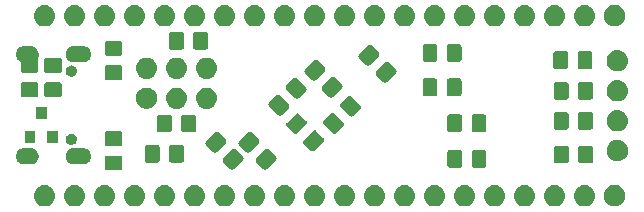
<source format=gbr>
G04 #@! TF.GenerationSoftware,KiCad,Pcbnew,(5.1.2-1)-1*
G04 #@! TF.CreationDate,2020-03-21T18:46:45+05:30*
G04 #@! TF.ProjectId,RedPill,52656450-696c-46c2-9e6b-696361645f70,rev?*
G04 #@! TF.SameCoordinates,Original*
G04 #@! TF.FileFunction,Soldermask,Bot*
G04 #@! TF.FilePolarity,Negative*
%FSLAX46Y46*%
G04 Gerber Fmt 4.6, Leading zero omitted, Abs format (unit mm)*
G04 Created by KiCad (PCBNEW (5.1.2-1)-1) date 2020-03-21 18:46:45*
%MOMM*%
%LPD*%
G04 APERTURE LIST*
%ADD10C,0.100000*%
G04 APERTURE END LIST*
D10*
G36*
X63613512Y-29583927D02*
G01*
X63762812Y-29613624D01*
X63926784Y-29681544D01*
X64074354Y-29780147D01*
X64199853Y-29905646D01*
X64298456Y-30053216D01*
X64366376Y-30217188D01*
X64401000Y-30391259D01*
X64401000Y-30568741D01*
X64366376Y-30742812D01*
X64298456Y-30906784D01*
X64199853Y-31054354D01*
X64074354Y-31179853D01*
X63926784Y-31278456D01*
X63762812Y-31346376D01*
X63613512Y-31376073D01*
X63588742Y-31381000D01*
X63411258Y-31381000D01*
X63386488Y-31376073D01*
X63237188Y-31346376D01*
X63073216Y-31278456D01*
X62925646Y-31179853D01*
X62800147Y-31054354D01*
X62701544Y-30906784D01*
X62633624Y-30742812D01*
X62599000Y-30568741D01*
X62599000Y-30391259D01*
X62633624Y-30217188D01*
X62701544Y-30053216D01*
X62800147Y-29905646D01*
X62925646Y-29780147D01*
X63073216Y-29681544D01*
X63237188Y-29613624D01*
X63386488Y-29583927D01*
X63411258Y-29579000D01*
X63588742Y-29579000D01*
X63613512Y-29583927D01*
X63613512Y-29583927D01*
G37*
G36*
X61070443Y-29585519D02*
G01*
X61136627Y-29592037D01*
X61306466Y-29643557D01*
X61462991Y-29727222D01*
X61498729Y-29756552D01*
X61600186Y-29839814D01*
X61683448Y-29941271D01*
X61712778Y-29977009D01*
X61796443Y-30133534D01*
X61847963Y-30303373D01*
X61865359Y-30480000D01*
X61847963Y-30656627D01*
X61796443Y-30826466D01*
X61712778Y-30982991D01*
X61683448Y-31018729D01*
X61600186Y-31120186D01*
X61527480Y-31179853D01*
X61462991Y-31232778D01*
X61306466Y-31316443D01*
X61136627Y-31367963D01*
X61070443Y-31374481D01*
X61004260Y-31381000D01*
X60915740Y-31381000D01*
X60849557Y-31374481D01*
X60783373Y-31367963D01*
X60613534Y-31316443D01*
X60457009Y-31232778D01*
X60392520Y-31179853D01*
X60319814Y-31120186D01*
X60236552Y-31018729D01*
X60207222Y-30982991D01*
X60123557Y-30826466D01*
X60072037Y-30656627D01*
X60054641Y-30480000D01*
X60072037Y-30303373D01*
X60123557Y-30133534D01*
X60207222Y-29977009D01*
X60236552Y-29941271D01*
X60319814Y-29839814D01*
X60421271Y-29756552D01*
X60457009Y-29727222D01*
X60613534Y-29643557D01*
X60783373Y-29592037D01*
X60849557Y-29585519D01*
X60915740Y-29579000D01*
X61004260Y-29579000D01*
X61070443Y-29585519D01*
X61070443Y-29585519D01*
G37*
G36*
X58530443Y-29585519D02*
G01*
X58596627Y-29592037D01*
X58766466Y-29643557D01*
X58922991Y-29727222D01*
X58958729Y-29756552D01*
X59060186Y-29839814D01*
X59143448Y-29941271D01*
X59172778Y-29977009D01*
X59256443Y-30133534D01*
X59307963Y-30303373D01*
X59325359Y-30480000D01*
X59307963Y-30656627D01*
X59256443Y-30826466D01*
X59172778Y-30982991D01*
X59143448Y-31018729D01*
X59060186Y-31120186D01*
X58987480Y-31179853D01*
X58922991Y-31232778D01*
X58766466Y-31316443D01*
X58596627Y-31367963D01*
X58530443Y-31374481D01*
X58464260Y-31381000D01*
X58375740Y-31381000D01*
X58309557Y-31374481D01*
X58243373Y-31367963D01*
X58073534Y-31316443D01*
X57917009Y-31232778D01*
X57852520Y-31179853D01*
X57779814Y-31120186D01*
X57696552Y-31018729D01*
X57667222Y-30982991D01*
X57583557Y-30826466D01*
X57532037Y-30656627D01*
X57514641Y-30480000D01*
X57532037Y-30303373D01*
X57583557Y-30133534D01*
X57667222Y-29977009D01*
X57696552Y-29941271D01*
X57779814Y-29839814D01*
X57881271Y-29756552D01*
X57917009Y-29727222D01*
X58073534Y-29643557D01*
X58243373Y-29592037D01*
X58309557Y-29585519D01*
X58375740Y-29579000D01*
X58464260Y-29579000D01*
X58530443Y-29585519D01*
X58530443Y-29585519D01*
G37*
G36*
X55990443Y-29585519D02*
G01*
X56056627Y-29592037D01*
X56226466Y-29643557D01*
X56382991Y-29727222D01*
X56418729Y-29756552D01*
X56520186Y-29839814D01*
X56603448Y-29941271D01*
X56632778Y-29977009D01*
X56716443Y-30133534D01*
X56767963Y-30303373D01*
X56785359Y-30480000D01*
X56767963Y-30656627D01*
X56716443Y-30826466D01*
X56632778Y-30982991D01*
X56603448Y-31018729D01*
X56520186Y-31120186D01*
X56447480Y-31179853D01*
X56382991Y-31232778D01*
X56226466Y-31316443D01*
X56056627Y-31367963D01*
X55990443Y-31374481D01*
X55924260Y-31381000D01*
X55835740Y-31381000D01*
X55769557Y-31374481D01*
X55703373Y-31367963D01*
X55533534Y-31316443D01*
X55377009Y-31232778D01*
X55312520Y-31179853D01*
X55239814Y-31120186D01*
X55156552Y-31018729D01*
X55127222Y-30982991D01*
X55043557Y-30826466D01*
X54992037Y-30656627D01*
X54974641Y-30480000D01*
X54992037Y-30303373D01*
X55043557Y-30133534D01*
X55127222Y-29977009D01*
X55156552Y-29941271D01*
X55239814Y-29839814D01*
X55341271Y-29756552D01*
X55377009Y-29727222D01*
X55533534Y-29643557D01*
X55703373Y-29592037D01*
X55769557Y-29585519D01*
X55835740Y-29579000D01*
X55924260Y-29579000D01*
X55990443Y-29585519D01*
X55990443Y-29585519D01*
G37*
G36*
X53450443Y-29585519D02*
G01*
X53516627Y-29592037D01*
X53686466Y-29643557D01*
X53842991Y-29727222D01*
X53878729Y-29756552D01*
X53980186Y-29839814D01*
X54063448Y-29941271D01*
X54092778Y-29977009D01*
X54176443Y-30133534D01*
X54227963Y-30303373D01*
X54245359Y-30480000D01*
X54227963Y-30656627D01*
X54176443Y-30826466D01*
X54092778Y-30982991D01*
X54063448Y-31018729D01*
X53980186Y-31120186D01*
X53907480Y-31179853D01*
X53842991Y-31232778D01*
X53686466Y-31316443D01*
X53516627Y-31367963D01*
X53450443Y-31374481D01*
X53384260Y-31381000D01*
X53295740Y-31381000D01*
X53229557Y-31374481D01*
X53163373Y-31367963D01*
X52993534Y-31316443D01*
X52837009Y-31232778D01*
X52772520Y-31179853D01*
X52699814Y-31120186D01*
X52616552Y-31018729D01*
X52587222Y-30982991D01*
X52503557Y-30826466D01*
X52452037Y-30656627D01*
X52434641Y-30480000D01*
X52452037Y-30303373D01*
X52503557Y-30133534D01*
X52587222Y-29977009D01*
X52616552Y-29941271D01*
X52699814Y-29839814D01*
X52801271Y-29756552D01*
X52837009Y-29727222D01*
X52993534Y-29643557D01*
X53163373Y-29592037D01*
X53229557Y-29585519D01*
X53295740Y-29579000D01*
X53384260Y-29579000D01*
X53450443Y-29585519D01*
X53450443Y-29585519D01*
G37*
G36*
X50910443Y-29585519D02*
G01*
X50976627Y-29592037D01*
X51146466Y-29643557D01*
X51302991Y-29727222D01*
X51338729Y-29756552D01*
X51440186Y-29839814D01*
X51523448Y-29941271D01*
X51552778Y-29977009D01*
X51636443Y-30133534D01*
X51687963Y-30303373D01*
X51705359Y-30480000D01*
X51687963Y-30656627D01*
X51636443Y-30826466D01*
X51552778Y-30982991D01*
X51523448Y-31018729D01*
X51440186Y-31120186D01*
X51367480Y-31179853D01*
X51302991Y-31232778D01*
X51146466Y-31316443D01*
X50976627Y-31367963D01*
X50910443Y-31374481D01*
X50844260Y-31381000D01*
X50755740Y-31381000D01*
X50689557Y-31374481D01*
X50623373Y-31367963D01*
X50453534Y-31316443D01*
X50297009Y-31232778D01*
X50232520Y-31179853D01*
X50159814Y-31120186D01*
X50076552Y-31018729D01*
X50047222Y-30982991D01*
X49963557Y-30826466D01*
X49912037Y-30656627D01*
X49894641Y-30480000D01*
X49912037Y-30303373D01*
X49963557Y-30133534D01*
X50047222Y-29977009D01*
X50076552Y-29941271D01*
X50159814Y-29839814D01*
X50261271Y-29756552D01*
X50297009Y-29727222D01*
X50453534Y-29643557D01*
X50623373Y-29592037D01*
X50689557Y-29585519D01*
X50755740Y-29579000D01*
X50844260Y-29579000D01*
X50910443Y-29585519D01*
X50910443Y-29585519D01*
G37*
G36*
X48370443Y-29585519D02*
G01*
X48436627Y-29592037D01*
X48606466Y-29643557D01*
X48762991Y-29727222D01*
X48798729Y-29756552D01*
X48900186Y-29839814D01*
X48983448Y-29941271D01*
X49012778Y-29977009D01*
X49096443Y-30133534D01*
X49147963Y-30303373D01*
X49165359Y-30480000D01*
X49147963Y-30656627D01*
X49096443Y-30826466D01*
X49012778Y-30982991D01*
X48983448Y-31018729D01*
X48900186Y-31120186D01*
X48827480Y-31179853D01*
X48762991Y-31232778D01*
X48606466Y-31316443D01*
X48436627Y-31367963D01*
X48370443Y-31374481D01*
X48304260Y-31381000D01*
X48215740Y-31381000D01*
X48149557Y-31374481D01*
X48083373Y-31367963D01*
X47913534Y-31316443D01*
X47757009Y-31232778D01*
X47692520Y-31179853D01*
X47619814Y-31120186D01*
X47536552Y-31018729D01*
X47507222Y-30982991D01*
X47423557Y-30826466D01*
X47372037Y-30656627D01*
X47354641Y-30480000D01*
X47372037Y-30303373D01*
X47423557Y-30133534D01*
X47507222Y-29977009D01*
X47536552Y-29941271D01*
X47619814Y-29839814D01*
X47721271Y-29756552D01*
X47757009Y-29727222D01*
X47913534Y-29643557D01*
X48083373Y-29592037D01*
X48149557Y-29585519D01*
X48215740Y-29579000D01*
X48304260Y-29579000D01*
X48370443Y-29585519D01*
X48370443Y-29585519D01*
G37*
G36*
X45830443Y-29585519D02*
G01*
X45896627Y-29592037D01*
X46066466Y-29643557D01*
X46222991Y-29727222D01*
X46258729Y-29756552D01*
X46360186Y-29839814D01*
X46443448Y-29941271D01*
X46472778Y-29977009D01*
X46556443Y-30133534D01*
X46607963Y-30303373D01*
X46625359Y-30480000D01*
X46607963Y-30656627D01*
X46556443Y-30826466D01*
X46472778Y-30982991D01*
X46443448Y-31018729D01*
X46360186Y-31120186D01*
X46287480Y-31179853D01*
X46222991Y-31232778D01*
X46066466Y-31316443D01*
X45896627Y-31367963D01*
X45830443Y-31374481D01*
X45764260Y-31381000D01*
X45675740Y-31381000D01*
X45609557Y-31374481D01*
X45543373Y-31367963D01*
X45373534Y-31316443D01*
X45217009Y-31232778D01*
X45152520Y-31179853D01*
X45079814Y-31120186D01*
X44996552Y-31018729D01*
X44967222Y-30982991D01*
X44883557Y-30826466D01*
X44832037Y-30656627D01*
X44814641Y-30480000D01*
X44832037Y-30303373D01*
X44883557Y-30133534D01*
X44967222Y-29977009D01*
X44996552Y-29941271D01*
X45079814Y-29839814D01*
X45181271Y-29756552D01*
X45217009Y-29727222D01*
X45373534Y-29643557D01*
X45543373Y-29592037D01*
X45609557Y-29585519D01*
X45675740Y-29579000D01*
X45764260Y-29579000D01*
X45830443Y-29585519D01*
X45830443Y-29585519D01*
G37*
G36*
X43290443Y-29585519D02*
G01*
X43356627Y-29592037D01*
X43526466Y-29643557D01*
X43682991Y-29727222D01*
X43718729Y-29756552D01*
X43820186Y-29839814D01*
X43903448Y-29941271D01*
X43932778Y-29977009D01*
X44016443Y-30133534D01*
X44067963Y-30303373D01*
X44085359Y-30480000D01*
X44067963Y-30656627D01*
X44016443Y-30826466D01*
X43932778Y-30982991D01*
X43903448Y-31018729D01*
X43820186Y-31120186D01*
X43747480Y-31179853D01*
X43682991Y-31232778D01*
X43526466Y-31316443D01*
X43356627Y-31367963D01*
X43290443Y-31374481D01*
X43224260Y-31381000D01*
X43135740Y-31381000D01*
X43069557Y-31374481D01*
X43003373Y-31367963D01*
X42833534Y-31316443D01*
X42677009Y-31232778D01*
X42612520Y-31179853D01*
X42539814Y-31120186D01*
X42456552Y-31018729D01*
X42427222Y-30982991D01*
X42343557Y-30826466D01*
X42292037Y-30656627D01*
X42274641Y-30480000D01*
X42292037Y-30303373D01*
X42343557Y-30133534D01*
X42427222Y-29977009D01*
X42456552Y-29941271D01*
X42539814Y-29839814D01*
X42641271Y-29756552D01*
X42677009Y-29727222D01*
X42833534Y-29643557D01*
X43003373Y-29592037D01*
X43069557Y-29585519D01*
X43135740Y-29579000D01*
X43224260Y-29579000D01*
X43290443Y-29585519D01*
X43290443Y-29585519D01*
G37*
G36*
X40750443Y-29585519D02*
G01*
X40816627Y-29592037D01*
X40986466Y-29643557D01*
X41142991Y-29727222D01*
X41178729Y-29756552D01*
X41280186Y-29839814D01*
X41363448Y-29941271D01*
X41392778Y-29977009D01*
X41476443Y-30133534D01*
X41527963Y-30303373D01*
X41545359Y-30480000D01*
X41527963Y-30656627D01*
X41476443Y-30826466D01*
X41392778Y-30982991D01*
X41363448Y-31018729D01*
X41280186Y-31120186D01*
X41207480Y-31179853D01*
X41142991Y-31232778D01*
X40986466Y-31316443D01*
X40816627Y-31367963D01*
X40750443Y-31374481D01*
X40684260Y-31381000D01*
X40595740Y-31381000D01*
X40529557Y-31374481D01*
X40463373Y-31367963D01*
X40293534Y-31316443D01*
X40137009Y-31232778D01*
X40072520Y-31179853D01*
X39999814Y-31120186D01*
X39916552Y-31018729D01*
X39887222Y-30982991D01*
X39803557Y-30826466D01*
X39752037Y-30656627D01*
X39734641Y-30480000D01*
X39752037Y-30303373D01*
X39803557Y-30133534D01*
X39887222Y-29977009D01*
X39916552Y-29941271D01*
X39999814Y-29839814D01*
X40101271Y-29756552D01*
X40137009Y-29727222D01*
X40293534Y-29643557D01*
X40463373Y-29592037D01*
X40529557Y-29585519D01*
X40595740Y-29579000D01*
X40684260Y-29579000D01*
X40750443Y-29585519D01*
X40750443Y-29585519D01*
G37*
G36*
X38210443Y-29585519D02*
G01*
X38276627Y-29592037D01*
X38446466Y-29643557D01*
X38602991Y-29727222D01*
X38638729Y-29756552D01*
X38740186Y-29839814D01*
X38823448Y-29941271D01*
X38852778Y-29977009D01*
X38936443Y-30133534D01*
X38987963Y-30303373D01*
X39005359Y-30480000D01*
X38987963Y-30656627D01*
X38936443Y-30826466D01*
X38852778Y-30982991D01*
X38823448Y-31018729D01*
X38740186Y-31120186D01*
X38667480Y-31179853D01*
X38602991Y-31232778D01*
X38446466Y-31316443D01*
X38276627Y-31367963D01*
X38210443Y-31374481D01*
X38144260Y-31381000D01*
X38055740Y-31381000D01*
X37989557Y-31374481D01*
X37923373Y-31367963D01*
X37753534Y-31316443D01*
X37597009Y-31232778D01*
X37532520Y-31179853D01*
X37459814Y-31120186D01*
X37376552Y-31018729D01*
X37347222Y-30982991D01*
X37263557Y-30826466D01*
X37212037Y-30656627D01*
X37194641Y-30480000D01*
X37212037Y-30303373D01*
X37263557Y-30133534D01*
X37347222Y-29977009D01*
X37376552Y-29941271D01*
X37459814Y-29839814D01*
X37561271Y-29756552D01*
X37597009Y-29727222D01*
X37753534Y-29643557D01*
X37923373Y-29592037D01*
X37989557Y-29585519D01*
X38055740Y-29579000D01*
X38144260Y-29579000D01*
X38210443Y-29585519D01*
X38210443Y-29585519D01*
G37*
G36*
X35670443Y-29585519D02*
G01*
X35736627Y-29592037D01*
X35906466Y-29643557D01*
X36062991Y-29727222D01*
X36098729Y-29756552D01*
X36200186Y-29839814D01*
X36283448Y-29941271D01*
X36312778Y-29977009D01*
X36396443Y-30133534D01*
X36447963Y-30303373D01*
X36465359Y-30480000D01*
X36447963Y-30656627D01*
X36396443Y-30826466D01*
X36312778Y-30982991D01*
X36283448Y-31018729D01*
X36200186Y-31120186D01*
X36127480Y-31179853D01*
X36062991Y-31232778D01*
X35906466Y-31316443D01*
X35736627Y-31367963D01*
X35670443Y-31374481D01*
X35604260Y-31381000D01*
X35515740Y-31381000D01*
X35449557Y-31374481D01*
X35383373Y-31367963D01*
X35213534Y-31316443D01*
X35057009Y-31232778D01*
X34992520Y-31179853D01*
X34919814Y-31120186D01*
X34836552Y-31018729D01*
X34807222Y-30982991D01*
X34723557Y-30826466D01*
X34672037Y-30656627D01*
X34654641Y-30480000D01*
X34672037Y-30303373D01*
X34723557Y-30133534D01*
X34807222Y-29977009D01*
X34836552Y-29941271D01*
X34919814Y-29839814D01*
X35021271Y-29756552D01*
X35057009Y-29727222D01*
X35213534Y-29643557D01*
X35383373Y-29592037D01*
X35449557Y-29585519D01*
X35515740Y-29579000D01*
X35604260Y-29579000D01*
X35670443Y-29585519D01*
X35670443Y-29585519D01*
G37*
G36*
X33130443Y-29585519D02*
G01*
X33196627Y-29592037D01*
X33366466Y-29643557D01*
X33522991Y-29727222D01*
X33558729Y-29756552D01*
X33660186Y-29839814D01*
X33743448Y-29941271D01*
X33772778Y-29977009D01*
X33856443Y-30133534D01*
X33907963Y-30303373D01*
X33925359Y-30480000D01*
X33907963Y-30656627D01*
X33856443Y-30826466D01*
X33772778Y-30982991D01*
X33743448Y-31018729D01*
X33660186Y-31120186D01*
X33587480Y-31179853D01*
X33522991Y-31232778D01*
X33366466Y-31316443D01*
X33196627Y-31367963D01*
X33130443Y-31374481D01*
X33064260Y-31381000D01*
X32975740Y-31381000D01*
X32909557Y-31374481D01*
X32843373Y-31367963D01*
X32673534Y-31316443D01*
X32517009Y-31232778D01*
X32452520Y-31179853D01*
X32379814Y-31120186D01*
X32296552Y-31018729D01*
X32267222Y-30982991D01*
X32183557Y-30826466D01*
X32132037Y-30656627D01*
X32114641Y-30480000D01*
X32132037Y-30303373D01*
X32183557Y-30133534D01*
X32267222Y-29977009D01*
X32296552Y-29941271D01*
X32379814Y-29839814D01*
X32481271Y-29756552D01*
X32517009Y-29727222D01*
X32673534Y-29643557D01*
X32843373Y-29592037D01*
X32909557Y-29585519D01*
X32975740Y-29579000D01*
X33064260Y-29579000D01*
X33130443Y-29585519D01*
X33130443Y-29585519D01*
G37*
G36*
X30590443Y-29585519D02*
G01*
X30656627Y-29592037D01*
X30826466Y-29643557D01*
X30982991Y-29727222D01*
X31018729Y-29756552D01*
X31120186Y-29839814D01*
X31203448Y-29941271D01*
X31232778Y-29977009D01*
X31316443Y-30133534D01*
X31367963Y-30303373D01*
X31385359Y-30480000D01*
X31367963Y-30656627D01*
X31316443Y-30826466D01*
X31232778Y-30982991D01*
X31203448Y-31018729D01*
X31120186Y-31120186D01*
X31047480Y-31179853D01*
X30982991Y-31232778D01*
X30826466Y-31316443D01*
X30656627Y-31367963D01*
X30590443Y-31374481D01*
X30524260Y-31381000D01*
X30435740Y-31381000D01*
X30369557Y-31374481D01*
X30303373Y-31367963D01*
X30133534Y-31316443D01*
X29977009Y-31232778D01*
X29912520Y-31179853D01*
X29839814Y-31120186D01*
X29756552Y-31018729D01*
X29727222Y-30982991D01*
X29643557Y-30826466D01*
X29592037Y-30656627D01*
X29574641Y-30480000D01*
X29592037Y-30303373D01*
X29643557Y-30133534D01*
X29727222Y-29977009D01*
X29756552Y-29941271D01*
X29839814Y-29839814D01*
X29941271Y-29756552D01*
X29977009Y-29727222D01*
X30133534Y-29643557D01*
X30303373Y-29592037D01*
X30369557Y-29585519D01*
X30435740Y-29579000D01*
X30524260Y-29579000D01*
X30590443Y-29585519D01*
X30590443Y-29585519D01*
G37*
G36*
X28050443Y-29585519D02*
G01*
X28116627Y-29592037D01*
X28286466Y-29643557D01*
X28442991Y-29727222D01*
X28478729Y-29756552D01*
X28580186Y-29839814D01*
X28663448Y-29941271D01*
X28692778Y-29977009D01*
X28776443Y-30133534D01*
X28827963Y-30303373D01*
X28845359Y-30480000D01*
X28827963Y-30656627D01*
X28776443Y-30826466D01*
X28692778Y-30982991D01*
X28663448Y-31018729D01*
X28580186Y-31120186D01*
X28507480Y-31179853D01*
X28442991Y-31232778D01*
X28286466Y-31316443D01*
X28116627Y-31367963D01*
X28050443Y-31374481D01*
X27984260Y-31381000D01*
X27895740Y-31381000D01*
X27829557Y-31374481D01*
X27763373Y-31367963D01*
X27593534Y-31316443D01*
X27437009Y-31232778D01*
X27372520Y-31179853D01*
X27299814Y-31120186D01*
X27216552Y-31018729D01*
X27187222Y-30982991D01*
X27103557Y-30826466D01*
X27052037Y-30656627D01*
X27034641Y-30480000D01*
X27052037Y-30303373D01*
X27103557Y-30133534D01*
X27187222Y-29977009D01*
X27216552Y-29941271D01*
X27299814Y-29839814D01*
X27401271Y-29756552D01*
X27437009Y-29727222D01*
X27593534Y-29643557D01*
X27763373Y-29592037D01*
X27829557Y-29585519D01*
X27895740Y-29579000D01*
X27984260Y-29579000D01*
X28050443Y-29585519D01*
X28050443Y-29585519D01*
G37*
G36*
X25510443Y-29585519D02*
G01*
X25576627Y-29592037D01*
X25746466Y-29643557D01*
X25902991Y-29727222D01*
X25938729Y-29756552D01*
X26040186Y-29839814D01*
X26123448Y-29941271D01*
X26152778Y-29977009D01*
X26236443Y-30133534D01*
X26287963Y-30303373D01*
X26305359Y-30480000D01*
X26287963Y-30656627D01*
X26236443Y-30826466D01*
X26152778Y-30982991D01*
X26123448Y-31018729D01*
X26040186Y-31120186D01*
X25967480Y-31179853D01*
X25902991Y-31232778D01*
X25746466Y-31316443D01*
X25576627Y-31367963D01*
X25510443Y-31374481D01*
X25444260Y-31381000D01*
X25355740Y-31381000D01*
X25289557Y-31374481D01*
X25223373Y-31367963D01*
X25053534Y-31316443D01*
X24897009Y-31232778D01*
X24832520Y-31179853D01*
X24759814Y-31120186D01*
X24676552Y-31018729D01*
X24647222Y-30982991D01*
X24563557Y-30826466D01*
X24512037Y-30656627D01*
X24494641Y-30480000D01*
X24512037Y-30303373D01*
X24563557Y-30133534D01*
X24647222Y-29977009D01*
X24676552Y-29941271D01*
X24759814Y-29839814D01*
X24861271Y-29756552D01*
X24897009Y-29727222D01*
X25053534Y-29643557D01*
X25223373Y-29592037D01*
X25289557Y-29585519D01*
X25355740Y-29579000D01*
X25444260Y-29579000D01*
X25510443Y-29585519D01*
X25510443Y-29585519D01*
G37*
G36*
X22970443Y-29585519D02*
G01*
X23036627Y-29592037D01*
X23206466Y-29643557D01*
X23362991Y-29727222D01*
X23398729Y-29756552D01*
X23500186Y-29839814D01*
X23583448Y-29941271D01*
X23612778Y-29977009D01*
X23696443Y-30133534D01*
X23747963Y-30303373D01*
X23765359Y-30480000D01*
X23747963Y-30656627D01*
X23696443Y-30826466D01*
X23612778Y-30982991D01*
X23583448Y-31018729D01*
X23500186Y-31120186D01*
X23427480Y-31179853D01*
X23362991Y-31232778D01*
X23206466Y-31316443D01*
X23036627Y-31367963D01*
X22970443Y-31374481D01*
X22904260Y-31381000D01*
X22815740Y-31381000D01*
X22749557Y-31374481D01*
X22683373Y-31367963D01*
X22513534Y-31316443D01*
X22357009Y-31232778D01*
X22292520Y-31179853D01*
X22219814Y-31120186D01*
X22136552Y-31018729D01*
X22107222Y-30982991D01*
X22023557Y-30826466D01*
X21972037Y-30656627D01*
X21954641Y-30480000D01*
X21972037Y-30303373D01*
X22023557Y-30133534D01*
X22107222Y-29977009D01*
X22136552Y-29941271D01*
X22219814Y-29839814D01*
X22321271Y-29756552D01*
X22357009Y-29727222D01*
X22513534Y-29643557D01*
X22683373Y-29592037D01*
X22749557Y-29585519D01*
X22815740Y-29579000D01*
X22904260Y-29579000D01*
X22970443Y-29585519D01*
X22970443Y-29585519D01*
G37*
G36*
X20430443Y-29585519D02*
G01*
X20496627Y-29592037D01*
X20666466Y-29643557D01*
X20822991Y-29727222D01*
X20858729Y-29756552D01*
X20960186Y-29839814D01*
X21043448Y-29941271D01*
X21072778Y-29977009D01*
X21156443Y-30133534D01*
X21207963Y-30303373D01*
X21225359Y-30480000D01*
X21207963Y-30656627D01*
X21156443Y-30826466D01*
X21072778Y-30982991D01*
X21043448Y-31018729D01*
X20960186Y-31120186D01*
X20887480Y-31179853D01*
X20822991Y-31232778D01*
X20666466Y-31316443D01*
X20496627Y-31367963D01*
X20430443Y-31374481D01*
X20364260Y-31381000D01*
X20275740Y-31381000D01*
X20209557Y-31374481D01*
X20143373Y-31367963D01*
X19973534Y-31316443D01*
X19817009Y-31232778D01*
X19752520Y-31179853D01*
X19679814Y-31120186D01*
X19596552Y-31018729D01*
X19567222Y-30982991D01*
X19483557Y-30826466D01*
X19432037Y-30656627D01*
X19414641Y-30480000D01*
X19432037Y-30303373D01*
X19483557Y-30133534D01*
X19567222Y-29977009D01*
X19596552Y-29941271D01*
X19679814Y-29839814D01*
X19781271Y-29756552D01*
X19817009Y-29727222D01*
X19973534Y-29643557D01*
X20143373Y-29592037D01*
X20209557Y-29585519D01*
X20275740Y-29579000D01*
X20364260Y-29579000D01*
X20430443Y-29585519D01*
X20430443Y-29585519D01*
G37*
G36*
X17890443Y-29585519D02*
G01*
X17956627Y-29592037D01*
X18126466Y-29643557D01*
X18282991Y-29727222D01*
X18318729Y-29756552D01*
X18420186Y-29839814D01*
X18503448Y-29941271D01*
X18532778Y-29977009D01*
X18616443Y-30133534D01*
X18667963Y-30303373D01*
X18685359Y-30480000D01*
X18667963Y-30656627D01*
X18616443Y-30826466D01*
X18532778Y-30982991D01*
X18503448Y-31018729D01*
X18420186Y-31120186D01*
X18347480Y-31179853D01*
X18282991Y-31232778D01*
X18126466Y-31316443D01*
X17956627Y-31367963D01*
X17890443Y-31374481D01*
X17824260Y-31381000D01*
X17735740Y-31381000D01*
X17669557Y-31374481D01*
X17603373Y-31367963D01*
X17433534Y-31316443D01*
X17277009Y-31232778D01*
X17212520Y-31179853D01*
X17139814Y-31120186D01*
X17056552Y-31018729D01*
X17027222Y-30982991D01*
X16943557Y-30826466D01*
X16892037Y-30656627D01*
X16874641Y-30480000D01*
X16892037Y-30303373D01*
X16943557Y-30133534D01*
X17027222Y-29977009D01*
X17056552Y-29941271D01*
X17139814Y-29839814D01*
X17241271Y-29756552D01*
X17277009Y-29727222D01*
X17433534Y-29643557D01*
X17603373Y-29592037D01*
X17669557Y-29585519D01*
X17735740Y-29579000D01*
X17824260Y-29579000D01*
X17890443Y-29585519D01*
X17890443Y-29585519D01*
G37*
G36*
X15350443Y-29585519D02*
G01*
X15416627Y-29592037D01*
X15586466Y-29643557D01*
X15742991Y-29727222D01*
X15778729Y-29756552D01*
X15880186Y-29839814D01*
X15963448Y-29941271D01*
X15992778Y-29977009D01*
X16076443Y-30133534D01*
X16127963Y-30303373D01*
X16145359Y-30480000D01*
X16127963Y-30656627D01*
X16076443Y-30826466D01*
X15992778Y-30982991D01*
X15963448Y-31018729D01*
X15880186Y-31120186D01*
X15807480Y-31179853D01*
X15742991Y-31232778D01*
X15586466Y-31316443D01*
X15416627Y-31367963D01*
X15350443Y-31374481D01*
X15284260Y-31381000D01*
X15195740Y-31381000D01*
X15129557Y-31374481D01*
X15063373Y-31367963D01*
X14893534Y-31316443D01*
X14737009Y-31232778D01*
X14672520Y-31179853D01*
X14599814Y-31120186D01*
X14516552Y-31018729D01*
X14487222Y-30982991D01*
X14403557Y-30826466D01*
X14352037Y-30656627D01*
X14334641Y-30480000D01*
X14352037Y-30303373D01*
X14403557Y-30133534D01*
X14487222Y-29977009D01*
X14516552Y-29941271D01*
X14599814Y-29839814D01*
X14701271Y-29756552D01*
X14737009Y-29727222D01*
X14893534Y-29643557D01*
X15063373Y-29592037D01*
X15129557Y-29585519D01*
X15195740Y-29579000D01*
X15284260Y-29579000D01*
X15350443Y-29585519D01*
X15350443Y-29585519D01*
G37*
G36*
X21670674Y-27082465D02*
G01*
X21708367Y-27093899D01*
X21743103Y-27112466D01*
X21773548Y-27137452D01*
X21798534Y-27167897D01*
X21817101Y-27202633D01*
X21828535Y-27240326D01*
X21833000Y-27285661D01*
X21833000Y-28122339D01*
X21828535Y-28167674D01*
X21817101Y-28205367D01*
X21798534Y-28240103D01*
X21773548Y-28270548D01*
X21743103Y-28295534D01*
X21708367Y-28314101D01*
X21670674Y-28325535D01*
X21625339Y-28330000D01*
X20538661Y-28330000D01*
X20493326Y-28325535D01*
X20455633Y-28314101D01*
X20420897Y-28295534D01*
X20390452Y-28270548D01*
X20365466Y-28240103D01*
X20346899Y-28205367D01*
X20335465Y-28167674D01*
X20331000Y-28122339D01*
X20331000Y-27285661D01*
X20335465Y-27240326D01*
X20346899Y-27202633D01*
X20365466Y-27167897D01*
X20390452Y-27137452D01*
X20420897Y-27112466D01*
X20455633Y-27093899D01*
X20493326Y-27082465D01*
X20538661Y-27078000D01*
X21625339Y-27078000D01*
X21670674Y-27082465D01*
X21670674Y-27082465D01*
G37*
G36*
X31332367Y-26509036D02*
G01*
X31370060Y-26520470D01*
X31404796Y-26539037D01*
X31440009Y-26567935D01*
X32031633Y-27159559D01*
X32060531Y-27194772D01*
X32079098Y-27229508D01*
X32090532Y-27267201D01*
X32094392Y-27306396D01*
X32090532Y-27345591D01*
X32079098Y-27383284D01*
X32060531Y-27418020D01*
X32031633Y-27453233D01*
X31263233Y-28221633D01*
X31228020Y-28250531D01*
X31193284Y-28269098D01*
X31155591Y-28280532D01*
X31116396Y-28284392D01*
X31077201Y-28280532D01*
X31039508Y-28269098D01*
X31004772Y-28250531D01*
X30969559Y-28221633D01*
X30377935Y-27630009D01*
X30349037Y-27594796D01*
X30330470Y-27560060D01*
X30319036Y-27522367D01*
X30315176Y-27483172D01*
X30319036Y-27443977D01*
X30330470Y-27406284D01*
X30349037Y-27371548D01*
X30377935Y-27336335D01*
X31146335Y-26567935D01*
X31181548Y-26539037D01*
X31216284Y-26520470D01*
X31253977Y-26509036D01*
X31293172Y-26505176D01*
X31332367Y-26509036D01*
X31332367Y-26509036D01*
G37*
G36*
X34126367Y-26509036D02*
G01*
X34164060Y-26520470D01*
X34198796Y-26539037D01*
X34234009Y-26567935D01*
X34825633Y-27159559D01*
X34854531Y-27194772D01*
X34873098Y-27229508D01*
X34884532Y-27267201D01*
X34888392Y-27306396D01*
X34884532Y-27345591D01*
X34873098Y-27383284D01*
X34854531Y-27418020D01*
X34825633Y-27453233D01*
X34057233Y-28221633D01*
X34022020Y-28250531D01*
X33987284Y-28269098D01*
X33949591Y-28280532D01*
X33910396Y-28284392D01*
X33871201Y-28280532D01*
X33833508Y-28269098D01*
X33798772Y-28250531D01*
X33763559Y-28221633D01*
X33171935Y-27630009D01*
X33143037Y-27594796D01*
X33124470Y-27560060D01*
X33113036Y-27522367D01*
X33109176Y-27483172D01*
X33113036Y-27443977D01*
X33124470Y-27406284D01*
X33143037Y-27371548D01*
X33171935Y-27336335D01*
X33940335Y-26567935D01*
X33975548Y-26539037D01*
X34010284Y-26520470D01*
X34047977Y-26509036D01*
X34087172Y-26505176D01*
X34126367Y-26509036D01*
X34126367Y-26509036D01*
G37*
G36*
X52488674Y-26603465D02*
G01*
X52526367Y-26614899D01*
X52561103Y-26633466D01*
X52591548Y-26658452D01*
X52616534Y-26688897D01*
X52635101Y-26723633D01*
X52646535Y-26761326D01*
X52651000Y-26806661D01*
X52651000Y-27893339D01*
X52646535Y-27938674D01*
X52635101Y-27976367D01*
X52616534Y-28011103D01*
X52591548Y-28041548D01*
X52561103Y-28066534D01*
X52526367Y-28085101D01*
X52488674Y-28096535D01*
X52443339Y-28101000D01*
X51606661Y-28101000D01*
X51561326Y-28096535D01*
X51523633Y-28085101D01*
X51488897Y-28066534D01*
X51458452Y-28041548D01*
X51433466Y-28011103D01*
X51414899Y-27976367D01*
X51403465Y-27938674D01*
X51399000Y-27893339D01*
X51399000Y-26806661D01*
X51403465Y-26761326D01*
X51414899Y-26723633D01*
X51433466Y-26688897D01*
X51458452Y-26658452D01*
X51488897Y-26633466D01*
X51523633Y-26614899D01*
X51561326Y-26603465D01*
X51606661Y-26599000D01*
X52443339Y-26599000D01*
X52488674Y-26603465D01*
X52488674Y-26603465D01*
G37*
G36*
X50438674Y-26603465D02*
G01*
X50476367Y-26614899D01*
X50511103Y-26633466D01*
X50541548Y-26658452D01*
X50566534Y-26688897D01*
X50585101Y-26723633D01*
X50596535Y-26761326D01*
X50601000Y-26806661D01*
X50601000Y-27893339D01*
X50596535Y-27938674D01*
X50585101Y-27976367D01*
X50566534Y-28011103D01*
X50541548Y-28041548D01*
X50511103Y-28066534D01*
X50476367Y-28085101D01*
X50438674Y-28096535D01*
X50393339Y-28101000D01*
X49556661Y-28101000D01*
X49511326Y-28096535D01*
X49473633Y-28085101D01*
X49438897Y-28066534D01*
X49408452Y-28041548D01*
X49383466Y-28011103D01*
X49364899Y-27976367D01*
X49353465Y-27938674D01*
X49349000Y-27893339D01*
X49349000Y-26806661D01*
X49353465Y-26761326D01*
X49364899Y-26723633D01*
X49383466Y-26688897D01*
X49408452Y-26658452D01*
X49438897Y-26633466D01*
X49473633Y-26614899D01*
X49511326Y-26603465D01*
X49556661Y-26599000D01*
X50393339Y-26599000D01*
X50438674Y-26603465D01*
X50438674Y-26603465D01*
G37*
G36*
X18592085Y-26448617D02*
G01*
X18625679Y-26451926D01*
X18701594Y-26474955D01*
X18754995Y-26491153D01*
X18874164Y-26554851D01*
X18978623Y-26640577D01*
X19064349Y-26745036D01*
X19128047Y-26864205D01*
X19144246Y-26917606D01*
X19167274Y-26993521D01*
X19180519Y-27128000D01*
X19167274Y-27262479D01*
X19153952Y-27306396D01*
X19128047Y-27391795D01*
X19064349Y-27510964D01*
X18978623Y-27615423D01*
X18874164Y-27701149D01*
X18754995Y-27764847D01*
X18701594Y-27781046D01*
X18625679Y-27804074D01*
X18592085Y-27807383D01*
X18524900Y-27814000D01*
X17695500Y-27814000D01*
X17628315Y-27807383D01*
X17594721Y-27804074D01*
X17518806Y-27781046D01*
X17465405Y-27764847D01*
X17346236Y-27701149D01*
X17241777Y-27615423D01*
X17156051Y-27510964D01*
X17092353Y-27391795D01*
X17066448Y-27306396D01*
X17053126Y-27262479D01*
X17039881Y-27128000D01*
X17053126Y-26993521D01*
X17076154Y-26917606D01*
X17092353Y-26864205D01*
X17156051Y-26745036D01*
X17241777Y-26640577D01*
X17346236Y-26554851D01*
X17465405Y-26491153D01*
X17518806Y-26474955D01*
X17594721Y-26451926D01*
X17628315Y-26448617D01*
X17695500Y-26442000D01*
X18524900Y-26442000D01*
X18592085Y-26448617D01*
X18592085Y-26448617D01*
G37*
G36*
X14172485Y-26448617D02*
G01*
X14206079Y-26451926D01*
X14281994Y-26474955D01*
X14335395Y-26491153D01*
X14454564Y-26554851D01*
X14559023Y-26640577D01*
X14644749Y-26745036D01*
X14708447Y-26864205D01*
X14724646Y-26917606D01*
X14747674Y-26993521D01*
X14760919Y-27128000D01*
X14747674Y-27262479D01*
X14734352Y-27306396D01*
X14708447Y-27391795D01*
X14644749Y-27510964D01*
X14559023Y-27615423D01*
X14454564Y-27701149D01*
X14335395Y-27764847D01*
X14281994Y-27781046D01*
X14206079Y-27804074D01*
X14172485Y-27807383D01*
X14105300Y-27814000D01*
X13479100Y-27814000D01*
X13411915Y-27807383D01*
X13378321Y-27804074D01*
X13302406Y-27781046D01*
X13249005Y-27764847D01*
X13129836Y-27701149D01*
X13025377Y-27615423D01*
X12939651Y-27510964D01*
X12875953Y-27391795D01*
X12850048Y-27306396D01*
X12836726Y-27262479D01*
X12823481Y-27128000D01*
X12836726Y-26993521D01*
X12859754Y-26917606D01*
X12875953Y-26864205D01*
X12939651Y-26745036D01*
X13025377Y-26640577D01*
X13129836Y-26554851D01*
X13249005Y-26491153D01*
X13302406Y-26474955D01*
X13378321Y-26451926D01*
X13411915Y-26448617D01*
X13479100Y-26442000D01*
X14105300Y-26442000D01*
X14172485Y-26448617D01*
X14172485Y-26448617D01*
G37*
G36*
X61513674Y-26253465D02*
G01*
X61551367Y-26264899D01*
X61586103Y-26283466D01*
X61616548Y-26308452D01*
X61641534Y-26338897D01*
X61660101Y-26373633D01*
X61671535Y-26411326D01*
X61676000Y-26456661D01*
X61676000Y-27543339D01*
X61671535Y-27588674D01*
X61660101Y-27626367D01*
X61641534Y-27661103D01*
X61616548Y-27691548D01*
X61586103Y-27716534D01*
X61551367Y-27735101D01*
X61513674Y-27746535D01*
X61468339Y-27751000D01*
X60631661Y-27751000D01*
X60586326Y-27746535D01*
X60548633Y-27735101D01*
X60513897Y-27716534D01*
X60483452Y-27691548D01*
X60458466Y-27661103D01*
X60439899Y-27626367D01*
X60428465Y-27588674D01*
X60424000Y-27543339D01*
X60424000Y-26456661D01*
X60428465Y-26411326D01*
X60439899Y-26373633D01*
X60458466Y-26338897D01*
X60483452Y-26308452D01*
X60513897Y-26283466D01*
X60548633Y-26264899D01*
X60586326Y-26253465D01*
X60631661Y-26249000D01*
X61468339Y-26249000D01*
X61513674Y-26253465D01*
X61513674Y-26253465D01*
G37*
G36*
X59463674Y-26253465D02*
G01*
X59501367Y-26264899D01*
X59536103Y-26283466D01*
X59566548Y-26308452D01*
X59591534Y-26338897D01*
X59610101Y-26373633D01*
X59621535Y-26411326D01*
X59626000Y-26456661D01*
X59626000Y-27543339D01*
X59621535Y-27588674D01*
X59610101Y-27626367D01*
X59591534Y-27661103D01*
X59566548Y-27691548D01*
X59536103Y-27716534D01*
X59501367Y-27735101D01*
X59463674Y-27746535D01*
X59418339Y-27751000D01*
X58581661Y-27751000D01*
X58536326Y-27746535D01*
X58498633Y-27735101D01*
X58463897Y-27716534D01*
X58433452Y-27691548D01*
X58408466Y-27661103D01*
X58389899Y-27626367D01*
X58378465Y-27588674D01*
X58374000Y-27543339D01*
X58374000Y-26456661D01*
X58378465Y-26411326D01*
X58389899Y-26373633D01*
X58408466Y-26338897D01*
X58433452Y-26308452D01*
X58463897Y-26283466D01*
X58498633Y-26264899D01*
X58536326Y-26253465D01*
X58581661Y-26249000D01*
X59418339Y-26249000D01*
X59463674Y-26253465D01*
X59463674Y-26253465D01*
G37*
G36*
X26879674Y-26177465D02*
G01*
X26917367Y-26188899D01*
X26952103Y-26207466D01*
X26982548Y-26232452D01*
X27007534Y-26262897D01*
X27026101Y-26297633D01*
X27037535Y-26335326D01*
X27042000Y-26380661D01*
X27042000Y-27467339D01*
X27037535Y-27512674D01*
X27026101Y-27550367D01*
X27007534Y-27585103D01*
X26982548Y-27615548D01*
X26952103Y-27640534D01*
X26917367Y-27659101D01*
X26879674Y-27670535D01*
X26834339Y-27675000D01*
X25997661Y-27675000D01*
X25952326Y-27670535D01*
X25914633Y-27659101D01*
X25879897Y-27640534D01*
X25849452Y-27615548D01*
X25824466Y-27585103D01*
X25805899Y-27550367D01*
X25794465Y-27512674D01*
X25790000Y-27467339D01*
X25790000Y-26380661D01*
X25794465Y-26335326D01*
X25805899Y-26297633D01*
X25824466Y-26262897D01*
X25849452Y-26232452D01*
X25879897Y-26207466D01*
X25914633Y-26188899D01*
X25952326Y-26177465D01*
X25997661Y-26173000D01*
X26834339Y-26173000D01*
X26879674Y-26177465D01*
X26879674Y-26177465D01*
G37*
G36*
X24829674Y-26177465D02*
G01*
X24867367Y-26188899D01*
X24902103Y-26207466D01*
X24932548Y-26232452D01*
X24957534Y-26262897D01*
X24976101Y-26297633D01*
X24987535Y-26335326D01*
X24992000Y-26380661D01*
X24992000Y-27467339D01*
X24987535Y-27512674D01*
X24976101Y-27550367D01*
X24957534Y-27585103D01*
X24932548Y-27615548D01*
X24902103Y-27640534D01*
X24867367Y-27659101D01*
X24829674Y-27670535D01*
X24784339Y-27675000D01*
X23947661Y-27675000D01*
X23902326Y-27670535D01*
X23864633Y-27659101D01*
X23829897Y-27640534D01*
X23799452Y-27615548D01*
X23774466Y-27585103D01*
X23755899Y-27550367D01*
X23744465Y-27512674D01*
X23740000Y-27467339D01*
X23740000Y-26380661D01*
X23744465Y-26335326D01*
X23755899Y-26297633D01*
X23774466Y-26262897D01*
X23799452Y-26232452D01*
X23829897Y-26207466D01*
X23864633Y-26188899D01*
X23902326Y-26177465D01*
X23947661Y-26173000D01*
X24784339Y-26173000D01*
X24829674Y-26177465D01*
X24829674Y-26177465D01*
G37*
G36*
X63851637Y-25773927D02*
G01*
X64000937Y-25803624D01*
X64164909Y-25871544D01*
X64312479Y-25970147D01*
X64437978Y-26095646D01*
X64536581Y-26243216D01*
X64604501Y-26407188D01*
X64639125Y-26581259D01*
X64639125Y-26758741D01*
X64604501Y-26932812D01*
X64536581Y-27096784D01*
X64437978Y-27244354D01*
X64312479Y-27369853D01*
X64164909Y-27468456D01*
X64000937Y-27536376D01*
X63851637Y-27566073D01*
X63826867Y-27571000D01*
X63649383Y-27571000D01*
X63624613Y-27566073D01*
X63475313Y-27536376D01*
X63311341Y-27468456D01*
X63163771Y-27369853D01*
X63038272Y-27244354D01*
X62939669Y-27096784D01*
X62871749Y-26932812D01*
X62837125Y-26758741D01*
X62837125Y-26581259D01*
X62871749Y-26407188D01*
X62939669Y-26243216D01*
X63038272Y-26095646D01*
X63163771Y-25970147D01*
X63311341Y-25871544D01*
X63475313Y-25803624D01*
X63624613Y-25773927D01*
X63649383Y-25769000D01*
X63826867Y-25769000D01*
X63851637Y-25773927D01*
X63851637Y-25773927D01*
G37*
G36*
X29882799Y-25059468D02*
G01*
X29920492Y-25070902D01*
X29955228Y-25089469D01*
X29990441Y-25118367D01*
X30582065Y-25709991D01*
X30610963Y-25745204D01*
X30629530Y-25779940D01*
X30640964Y-25817633D01*
X30644824Y-25856828D01*
X30640964Y-25896023D01*
X30629530Y-25933716D01*
X30610963Y-25968452D01*
X30582065Y-26003665D01*
X29813665Y-26772065D01*
X29778452Y-26800963D01*
X29743716Y-26819530D01*
X29706023Y-26830964D01*
X29666828Y-26834824D01*
X29627633Y-26830964D01*
X29589940Y-26819530D01*
X29555204Y-26800963D01*
X29519991Y-26772065D01*
X28928367Y-26180441D01*
X28899469Y-26145228D01*
X28880902Y-26110492D01*
X28869468Y-26072799D01*
X28865608Y-26033604D01*
X28869468Y-25994409D01*
X28880902Y-25956716D01*
X28899469Y-25921980D01*
X28928367Y-25886767D01*
X29696767Y-25118367D01*
X29731980Y-25089469D01*
X29766716Y-25070902D01*
X29804409Y-25059468D01*
X29843604Y-25055608D01*
X29882799Y-25059468D01*
X29882799Y-25059468D01*
G37*
G36*
X32676799Y-25059468D02*
G01*
X32714492Y-25070902D01*
X32749228Y-25089469D01*
X32784441Y-25118367D01*
X33376065Y-25709991D01*
X33404963Y-25745204D01*
X33423530Y-25779940D01*
X33434964Y-25817633D01*
X33438824Y-25856828D01*
X33434964Y-25896023D01*
X33423530Y-25933716D01*
X33404963Y-25968452D01*
X33376065Y-26003665D01*
X32607665Y-26772065D01*
X32572452Y-26800963D01*
X32537716Y-26819530D01*
X32500023Y-26830964D01*
X32460828Y-26834824D01*
X32421633Y-26830964D01*
X32383940Y-26819530D01*
X32349204Y-26800963D01*
X32313991Y-26772065D01*
X31722367Y-26180441D01*
X31693469Y-26145228D01*
X31674902Y-26110492D01*
X31663468Y-26072799D01*
X31659608Y-26033604D01*
X31663468Y-25994409D01*
X31674902Y-25956716D01*
X31693469Y-25921980D01*
X31722367Y-25886767D01*
X32490767Y-25118367D01*
X32525980Y-25089469D01*
X32560716Y-25070902D01*
X32598409Y-25059468D01*
X32637604Y-25055608D01*
X32676799Y-25059468D01*
X32676799Y-25059468D01*
G37*
G36*
X38153151Y-24947820D02*
G01*
X38190844Y-24959254D01*
X38225580Y-24977821D01*
X38260793Y-25006719D01*
X38852417Y-25598343D01*
X38881315Y-25633556D01*
X38899882Y-25668292D01*
X38911316Y-25705985D01*
X38915176Y-25745180D01*
X38911316Y-25784375D01*
X38899882Y-25822068D01*
X38881315Y-25856804D01*
X38852417Y-25892017D01*
X38084017Y-26660417D01*
X38048804Y-26689315D01*
X38014068Y-26707882D01*
X37976375Y-26719316D01*
X37937180Y-26723176D01*
X37897985Y-26719316D01*
X37860292Y-26707882D01*
X37825556Y-26689315D01*
X37790343Y-26660417D01*
X37198719Y-26068793D01*
X37169821Y-26033580D01*
X37151254Y-25998844D01*
X37139820Y-25961151D01*
X37135960Y-25921956D01*
X37139820Y-25882761D01*
X37151254Y-25845068D01*
X37169821Y-25810332D01*
X37198719Y-25775119D01*
X37967119Y-25006719D01*
X38002332Y-24977821D01*
X38037068Y-24959254D01*
X38074761Y-24947820D01*
X38113956Y-24943960D01*
X38153151Y-24947820D01*
X38153151Y-24947820D01*
G37*
G36*
X21670674Y-25032465D02*
G01*
X21708367Y-25043899D01*
X21743103Y-25062466D01*
X21773548Y-25087452D01*
X21798534Y-25117897D01*
X21817101Y-25152633D01*
X21828535Y-25190326D01*
X21833000Y-25235661D01*
X21833000Y-26072339D01*
X21828535Y-26117674D01*
X21817101Y-26155367D01*
X21798534Y-26190103D01*
X21773548Y-26220548D01*
X21743103Y-26245534D01*
X21708367Y-26264101D01*
X21670674Y-26275535D01*
X21625339Y-26280000D01*
X20538661Y-26280000D01*
X20493326Y-26275535D01*
X20455633Y-26264101D01*
X20420897Y-26245534D01*
X20390452Y-26220548D01*
X20365466Y-26190103D01*
X20346899Y-26155367D01*
X20335465Y-26117674D01*
X20331000Y-26072339D01*
X20331000Y-25235661D01*
X20335465Y-25190326D01*
X20346899Y-25152633D01*
X20365466Y-25117897D01*
X20390452Y-25087452D01*
X20420897Y-25062466D01*
X20455633Y-25043899D01*
X20493326Y-25032465D01*
X20538661Y-25028000D01*
X21625339Y-25028000D01*
X21670674Y-25032465D01*
X21670674Y-25032465D01*
G37*
G36*
X17641043Y-25234292D02*
G01*
X17691788Y-25255311D01*
X17727670Y-25270174D01*
X17805632Y-25322267D01*
X17871933Y-25388568D01*
X17924026Y-25466530D01*
X17924026Y-25466531D01*
X17959908Y-25553157D01*
X17978200Y-25645117D01*
X17978200Y-25738883D01*
X17959908Y-25830843D01*
X17943049Y-25871544D01*
X17924026Y-25917470D01*
X17871933Y-25995432D01*
X17805632Y-26061733D01*
X17727670Y-26113826D01*
X17691788Y-26128689D01*
X17641043Y-26149708D01*
X17549083Y-26168000D01*
X17455317Y-26168000D01*
X17363357Y-26149708D01*
X17312612Y-26128689D01*
X17276730Y-26113826D01*
X17198768Y-26061733D01*
X17132467Y-25995432D01*
X17080374Y-25917470D01*
X17061351Y-25871544D01*
X17044492Y-25830843D01*
X17026200Y-25738883D01*
X17026200Y-25645117D01*
X17044492Y-25553157D01*
X17080374Y-25466531D01*
X17080374Y-25466530D01*
X17132467Y-25388568D01*
X17198768Y-25322267D01*
X17276730Y-25270174D01*
X17312612Y-25255311D01*
X17363357Y-25234292D01*
X17455317Y-25216000D01*
X17549083Y-25216000D01*
X17641043Y-25234292D01*
X17641043Y-25234292D01*
G37*
G36*
X16366200Y-25993000D02*
G01*
X15464200Y-25993000D01*
X15464200Y-24991000D01*
X16366200Y-24991000D01*
X16366200Y-25993000D01*
X16366200Y-25993000D01*
G37*
G36*
X14466200Y-25993000D02*
G01*
X13564200Y-25993000D01*
X13564200Y-24991000D01*
X14466200Y-24991000D01*
X14466200Y-25993000D01*
X14466200Y-25993000D01*
G37*
G36*
X36703583Y-23498252D02*
G01*
X36741276Y-23509686D01*
X36776012Y-23528253D01*
X36811225Y-23557151D01*
X37402849Y-24148775D01*
X37431747Y-24183988D01*
X37450314Y-24218724D01*
X37461748Y-24256417D01*
X37465608Y-24295612D01*
X37461748Y-24334807D01*
X37450314Y-24372500D01*
X37431747Y-24407236D01*
X37402849Y-24442449D01*
X36634449Y-25210849D01*
X36599236Y-25239747D01*
X36564500Y-25258314D01*
X36526807Y-25269748D01*
X36487612Y-25273608D01*
X36448417Y-25269748D01*
X36410724Y-25258314D01*
X36375988Y-25239747D01*
X36340775Y-25210849D01*
X35749151Y-24619225D01*
X35720253Y-24584012D01*
X35701686Y-24549276D01*
X35690252Y-24511583D01*
X35686392Y-24472388D01*
X35690252Y-24433193D01*
X35701686Y-24395500D01*
X35720253Y-24360764D01*
X35749151Y-24325551D01*
X36517551Y-23557151D01*
X36552764Y-23528253D01*
X36587500Y-23509686D01*
X36625193Y-23498252D01*
X36664388Y-23494392D01*
X36703583Y-23498252D01*
X36703583Y-23498252D01*
G37*
G36*
X39649239Y-23461036D02*
G01*
X39686932Y-23472470D01*
X39721668Y-23491037D01*
X39756881Y-23519935D01*
X40525281Y-24288335D01*
X40554179Y-24323548D01*
X40572746Y-24358284D01*
X40584180Y-24395977D01*
X40588040Y-24435172D01*
X40584180Y-24474367D01*
X40572746Y-24512060D01*
X40554179Y-24546796D01*
X40525281Y-24582009D01*
X39933657Y-25173633D01*
X39898444Y-25202531D01*
X39863708Y-25221098D01*
X39826015Y-25232532D01*
X39786820Y-25236392D01*
X39747625Y-25232532D01*
X39709932Y-25221098D01*
X39675196Y-25202531D01*
X39639983Y-25173633D01*
X38871583Y-24405233D01*
X38842685Y-24370020D01*
X38824118Y-24335284D01*
X38812684Y-24297591D01*
X38808824Y-24258396D01*
X38812684Y-24219201D01*
X38824118Y-24181508D01*
X38842685Y-24146772D01*
X38871583Y-24111559D01*
X39463207Y-23519935D01*
X39498420Y-23491037D01*
X39533156Y-23472470D01*
X39570849Y-23461036D01*
X39610044Y-23457176D01*
X39649239Y-23461036D01*
X39649239Y-23461036D01*
G37*
G36*
X27913674Y-23618465D02*
G01*
X27951367Y-23629899D01*
X27986103Y-23648466D01*
X28016548Y-23673452D01*
X28041534Y-23703897D01*
X28060101Y-23738633D01*
X28071535Y-23776326D01*
X28076000Y-23821661D01*
X28076000Y-24908339D01*
X28071535Y-24953674D01*
X28060101Y-24991367D01*
X28041534Y-25026103D01*
X28016548Y-25056548D01*
X27986103Y-25081534D01*
X27951367Y-25100101D01*
X27913674Y-25111535D01*
X27868339Y-25116000D01*
X27031661Y-25116000D01*
X26986326Y-25111535D01*
X26948633Y-25100101D01*
X26913897Y-25081534D01*
X26883452Y-25056548D01*
X26858466Y-25026103D01*
X26839899Y-24991367D01*
X26828465Y-24953674D01*
X26824000Y-24908339D01*
X26824000Y-23821661D01*
X26828465Y-23776326D01*
X26839899Y-23738633D01*
X26858466Y-23703897D01*
X26883452Y-23673452D01*
X26913897Y-23648466D01*
X26948633Y-23629899D01*
X26986326Y-23618465D01*
X27031661Y-23614000D01*
X27868339Y-23614000D01*
X27913674Y-23618465D01*
X27913674Y-23618465D01*
G37*
G36*
X25863674Y-23618465D02*
G01*
X25901367Y-23629899D01*
X25936103Y-23648466D01*
X25966548Y-23673452D01*
X25991534Y-23703897D01*
X26010101Y-23738633D01*
X26021535Y-23776326D01*
X26026000Y-23821661D01*
X26026000Y-24908339D01*
X26021535Y-24953674D01*
X26010101Y-24991367D01*
X25991534Y-25026103D01*
X25966548Y-25056548D01*
X25936103Y-25081534D01*
X25901367Y-25100101D01*
X25863674Y-25111535D01*
X25818339Y-25116000D01*
X24981661Y-25116000D01*
X24936326Y-25111535D01*
X24898633Y-25100101D01*
X24863897Y-25081534D01*
X24833452Y-25056548D01*
X24808466Y-25026103D01*
X24789899Y-24991367D01*
X24778465Y-24953674D01*
X24774000Y-24908339D01*
X24774000Y-23821661D01*
X24778465Y-23776326D01*
X24789899Y-23738633D01*
X24808466Y-23703897D01*
X24833452Y-23673452D01*
X24863897Y-23648466D01*
X24898633Y-23629899D01*
X24936326Y-23618465D01*
X24981661Y-23614000D01*
X25818339Y-23614000D01*
X25863674Y-23618465D01*
X25863674Y-23618465D01*
G37*
G36*
X52488674Y-23603465D02*
G01*
X52526367Y-23614899D01*
X52561103Y-23633466D01*
X52591548Y-23658452D01*
X52616534Y-23688897D01*
X52635101Y-23723633D01*
X52646535Y-23761326D01*
X52651000Y-23806661D01*
X52651000Y-24893339D01*
X52646535Y-24938674D01*
X52635101Y-24976367D01*
X52616534Y-25011103D01*
X52591548Y-25041548D01*
X52561103Y-25066534D01*
X52526367Y-25085101D01*
X52488674Y-25096535D01*
X52443339Y-25101000D01*
X51606661Y-25101000D01*
X51561326Y-25096535D01*
X51523633Y-25085101D01*
X51488897Y-25066534D01*
X51458452Y-25041548D01*
X51433466Y-25011103D01*
X51414899Y-24976367D01*
X51403465Y-24938674D01*
X51399000Y-24893339D01*
X51399000Y-23806661D01*
X51403465Y-23761326D01*
X51414899Y-23723633D01*
X51433466Y-23688897D01*
X51458452Y-23658452D01*
X51488897Y-23633466D01*
X51523633Y-23614899D01*
X51561326Y-23603465D01*
X51606661Y-23599000D01*
X52443339Y-23599000D01*
X52488674Y-23603465D01*
X52488674Y-23603465D01*
G37*
G36*
X50438674Y-23603465D02*
G01*
X50476367Y-23614899D01*
X50511103Y-23633466D01*
X50541548Y-23658452D01*
X50566534Y-23688897D01*
X50585101Y-23723633D01*
X50596535Y-23761326D01*
X50601000Y-23806661D01*
X50601000Y-24893339D01*
X50596535Y-24938674D01*
X50585101Y-24976367D01*
X50566534Y-25011103D01*
X50541548Y-25041548D01*
X50511103Y-25066534D01*
X50476367Y-25085101D01*
X50438674Y-25096535D01*
X50393339Y-25101000D01*
X49556661Y-25101000D01*
X49511326Y-25096535D01*
X49473633Y-25085101D01*
X49438897Y-25066534D01*
X49408452Y-25041548D01*
X49383466Y-25011103D01*
X49364899Y-24976367D01*
X49353465Y-24938674D01*
X49349000Y-24893339D01*
X49349000Y-23806661D01*
X49353465Y-23761326D01*
X49364899Y-23723633D01*
X49383466Y-23688897D01*
X49408452Y-23658452D01*
X49438897Y-23633466D01*
X49473633Y-23614899D01*
X49511326Y-23603465D01*
X49556661Y-23599000D01*
X50393339Y-23599000D01*
X50438674Y-23603465D01*
X50438674Y-23603465D01*
G37*
G36*
X63848567Y-23235518D02*
G01*
X63914752Y-23242037D01*
X64084591Y-23293557D01*
X64241116Y-23377222D01*
X64249655Y-23384230D01*
X64378311Y-23489814D01*
X64433572Y-23557151D01*
X64490903Y-23627009D01*
X64490904Y-23627011D01*
X64562698Y-23761326D01*
X64574568Y-23783534D01*
X64626088Y-23953373D01*
X64643484Y-24130000D01*
X64626088Y-24306627D01*
X64574568Y-24476466D01*
X64574567Y-24476468D01*
X64548366Y-24525486D01*
X64490903Y-24632991D01*
X64461573Y-24668729D01*
X64378311Y-24770186D01*
X64299174Y-24835131D01*
X64241116Y-24882778D01*
X64084591Y-24966443D01*
X63914752Y-25017963D01*
X63848568Y-25024481D01*
X63782385Y-25031000D01*
X63693865Y-25031000D01*
X63627682Y-25024481D01*
X63561498Y-25017963D01*
X63391659Y-24966443D01*
X63235134Y-24882778D01*
X63177076Y-24835131D01*
X63097939Y-24770186D01*
X63014677Y-24668729D01*
X62985347Y-24632991D01*
X62927884Y-24525486D01*
X62901683Y-24476468D01*
X62901682Y-24476466D01*
X62850162Y-24306627D01*
X62832766Y-24130000D01*
X62850162Y-23953373D01*
X62901682Y-23783534D01*
X62913553Y-23761326D01*
X62985346Y-23627011D01*
X62985347Y-23627009D01*
X63042678Y-23557151D01*
X63097939Y-23489814D01*
X63226595Y-23384230D01*
X63235134Y-23377222D01*
X63391659Y-23293557D01*
X63561498Y-23242037D01*
X63627683Y-23235518D01*
X63693865Y-23229000D01*
X63782385Y-23229000D01*
X63848567Y-23235518D01*
X63848567Y-23235518D01*
G37*
G36*
X59446174Y-23383465D02*
G01*
X59483867Y-23394899D01*
X59518603Y-23413466D01*
X59549048Y-23438452D01*
X59574034Y-23468897D01*
X59592601Y-23503633D01*
X59604035Y-23541326D01*
X59608500Y-23586661D01*
X59608500Y-24673339D01*
X59604035Y-24718674D01*
X59592601Y-24756367D01*
X59574034Y-24791103D01*
X59549048Y-24821548D01*
X59518603Y-24846534D01*
X59483867Y-24865101D01*
X59446174Y-24876535D01*
X59400839Y-24881000D01*
X58564161Y-24881000D01*
X58518826Y-24876535D01*
X58481133Y-24865101D01*
X58446397Y-24846534D01*
X58415952Y-24821548D01*
X58390966Y-24791103D01*
X58372399Y-24756367D01*
X58360965Y-24718674D01*
X58356500Y-24673339D01*
X58356500Y-23586661D01*
X58360965Y-23541326D01*
X58372399Y-23503633D01*
X58390966Y-23468897D01*
X58415952Y-23438452D01*
X58446397Y-23413466D01*
X58481133Y-23394899D01*
X58518826Y-23383465D01*
X58564161Y-23379000D01*
X59400839Y-23379000D01*
X59446174Y-23383465D01*
X59446174Y-23383465D01*
G37*
G36*
X61496174Y-23383465D02*
G01*
X61533867Y-23394899D01*
X61568603Y-23413466D01*
X61599048Y-23438452D01*
X61624034Y-23468897D01*
X61642601Y-23503633D01*
X61654035Y-23541326D01*
X61658500Y-23586661D01*
X61658500Y-24673339D01*
X61654035Y-24718674D01*
X61642601Y-24756367D01*
X61624034Y-24791103D01*
X61599048Y-24821548D01*
X61568603Y-24846534D01*
X61533867Y-24865101D01*
X61496174Y-24876535D01*
X61450839Y-24881000D01*
X60614161Y-24881000D01*
X60568826Y-24876535D01*
X60531133Y-24865101D01*
X60496397Y-24846534D01*
X60465952Y-24821548D01*
X60440966Y-24791103D01*
X60422399Y-24756367D01*
X60410965Y-24718674D01*
X60406500Y-24673339D01*
X60406500Y-23586661D01*
X60410965Y-23541326D01*
X60422399Y-23503633D01*
X60440966Y-23468897D01*
X60465952Y-23438452D01*
X60496397Y-23413466D01*
X60531133Y-23394899D01*
X60568826Y-23383465D01*
X60614161Y-23379000D01*
X61450839Y-23379000D01*
X61496174Y-23383465D01*
X61496174Y-23383465D01*
G37*
G36*
X15416200Y-23993000D02*
G01*
X14514200Y-23993000D01*
X14514200Y-22991000D01*
X15416200Y-22991000D01*
X15416200Y-23993000D01*
X15416200Y-23993000D01*
G37*
G36*
X41098807Y-22011468D02*
G01*
X41136500Y-22022902D01*
X41171236Y-22041469D01*
X41206449Y-22070367D01*
X41974849Y-22838767D01*
X42003747Y-22873980D01*
X42022314Y-22908716D01*
X42033748Y-22946409D01*
X42037608Y-22985604D01*
X42033748Y-23024799D01*
X42022314Y-23062492D01*
X42003747Y-23097228D01*
X41974849Y-23132441D01*
X41383225Y-23724065D01*
X41348012Y-23752963D01*
X41313276Y-23771530D01*
X41275583Y-23782964D01*
X41236388Y-23786824D01*
X41197193Y-23782964D01*
X41159500Y-23771530D01*
X41124764Y-23752963D01*
X41089551Y-23724065D01*
X40321151Y-22955665D01*
X40292253Y-22920452D01*
X40273686Y-22885716D01*
X40262252Y-22848023D01*
X40258392Y-22808828D01*
X40262252Y-22769633D01*
X40273686Y-22731940D01*
X40292253Y-22697204D01*
X40321151Y-22661991D01*
X40912775Y-22070367D01*
X40947988Y-22041469D01*
X40982724Y-22022902D01*
X41020417Y-22011468D01*
X41059612Y-22007608D01*
X41098807Y-22011468D01*
X41098807Y-22011468D01*
G37*
G36*
X35040023Y-21937036D02*
G01*
X35077716Y-21948470D01*
X35112452Y-21967037D01*
X35147665Y-21995935D01*
X35916065Y-22764335D01*
X35944963Y-22799548D01*
X35963530Y-22834284D01*
X35974964Y-22871977D01*
X35978824Y-22911172D01*
X35974964Y-22950367D01*
X35963530Y-22988060D01*
X35944963Y-23022796D01*
X35916065Y-23058009D01*
X35324441Y-23649633D01*
X35289228Y-23678531D01*
X35254492Y-23697098D01*
X35216799Y-23708532D01*
X35177604Y-23712392D01*
X35138409Y-23708532D01*
X35100716Y-23697098D01*
X35065980Y-23678531D01*
X35030767Y-23649633D01*
X34262367Y-22881233D01*
X34233469Y-22846020D01*
X34214902Y-22811284D01*
X34203468Y-22773591D01*
X34199608Y-22734396D01*
X34203468Y-22695201D01*
X34214902Y-22657508D01*
X34233469Y-22622772D01*
X34262367Y-22587559D01*
X34853991Y-21995935D01*
X34889204Y-21967037D01*
X34923940Y-21948470D01*
X34961633Y-21937036D01*
X35000828Y-21933176D01*
X35040023Y-21937036D01*
X35040023Y-21937036D01*
G37*
G36*
X29066443Y-21330519D02*
G01*
X29132627Y-21337037D01*
X29302466Y-21388557D01*
X29458991Y-21472222D01*
X29491371Y-21498796D01*
X29596186Y-21584814D01*
X29679448Y-21686271D01*
X29708778Y-21722009D01*
X29792443Y-21878534D01*
X29843963Y-22048373D01*
X29861359Y-22225000D01*
X29843963Y-22401627D01*
X29792443Y-22571466D01*
X29708778Y-22727991D01*
X29686013Y-22755730D01*
X29596186Y-22865186D01*
X29514155Y-22932506D01*
X29458991Y-22977778D01*
X29302466Y-23061443D01*
X29132627Y-23112963D01*
X29066442Y-23119482D01*
X29000260Y-23126000D01*
X28911740Y-23126000D01*
X28845558Y-23119482D01*
X28779373Y-23112963D01*
X28609534Y-23061443D01*
X28453009Y-22977778D01*
X28397845Y-22932506D01*
X28315814Y-22865186D01*
X28225987Y-22755730D01*
X28203222Y-22727991D01*
X28119557Y-22571466D01*
X28068037Y-22401627D01*
X28050641Y-22225000D01*
X28068037Y-22048373D01*
X28119557Y-21878534D01*
X28203222Y-21722009D01*
X28232552Y-21686271D01*
X28315814Y-21584814D01*
X28420629Y-21498796D01*
X28453009Y-21472222D01*
X28609534Y-21388557D01*
X28779373Y-21337037D01*
X28845557Y-21330519D01*
X28911740Y-21324000D01*
X29000260Y-21324000D01*
X29066443Y-21330519D01*
X29066443Y-21330519D01*
G37*
G36*
X26526443Y-21330519D02*
G01*
X26592627Y-21337037D01*
X26762466Y-21388557D01*
X26918991Y-21472222D01*
X26951371Y-21498796D01*
X27056186Y-21584814D01*
X27139448Y-21686271D01*
X27168778Y-21722009D01*
X27252443Y-21878534D01*
X27303963Y-22048373D01*
X27321359Y-22225000D01*
X27303963Y-22401627D01*
X27252443Y-22571466D01*
X27168778Y-22727991D01*
X27146013Y-22755730D01*
X27056186Y-22865186D01*
X26974155Y-22932506D01*
X26918991Y-22977778D01*
X26762466Y-23061443D01*
X26592627Y-23112963D01*
X26526442Y-23119482D01*
X26460260Y-23126000D01*
X26371740Y-23126000D01*
X26305558Y-23119482D01*
X26239373Y-23112963D01*
X26069534Y-23061443D01*
X25913009Y-22977778D01*
X25857845Y-22932506D01*
X25775814Y-22865186D01*
X25685987Y-22755730D01*
X25663222Y-22727991D01*
X25579557Y-22571466D01*
X25528037Y-22401627D01*
X25510641Y-22225000D01*
X25528037Y-22048373D01*
X25579557Y-21878534D01*
X25663222Y-21722009D01*
X25692552Y-21686271D01*
X25775814Y-21584814D01*
X25880629Y-21498796D01*
X25913009Y-21472222D01*
X26069534Y-21388557D01*
X26239373Y-21337037D01*
X26305557Y-21330519D01*
X26371740Y-21324000D01*
X26460260Y-21324000D01*
X26526443Y-21330519D01*
X26526443Y-21330519D01*
G37*
G36*
X23989512Y-21328927D02*
G01*
X24138812Y-21358624D01*
X24302784Y-21426544D01*
X24450354Y-21525147D01*
X24575853Y-21650646D01*
X24674456Y-21798216D01*
X24742376Y-21962188D01*
X24768393Y-22092989D01*
X24777000Y-22136258D01*
X24777000Y-22313742D01*
X24772618Y-22335770D01*
X24742376Y-22487812D01*
X24674456Y-22651784D01*
X24575853Y-22799354D01*
X24450354Y-22924853D01*
X24302784Y-23023456D01*
X24138812Y-23091376D01*
X23989512Y-23121073D01*
X23964742Y-23126000D01*
X23787258Y-23126000D01*
X23762488Y-23121073D01*
X23613188Y-23091376D01*
X23449216Y-23023456D01*
X23301646Y-22924853D01*
X23176147Y-22799354D01*
X23077544Y-22651784D01*
X23009624Y-22487812D01*
X22979382Y-22335770D01*
X22975000Y-22313742D01*
X22975000Y-22136258D01*
X22983607Y-22092989D01*
X23009624Y-21962188D01*
X23077544Y-21798216D01*
X23176147Y-21650646D01*
X23301646Y-21525147D01*
X23449216Y-21426544D01*
X23613188Y-21358624D01*
X23762488Y-21328927D01*
X23787258Y-21324000D01*
X23964742Y-21324000D01*
X23989512Y-21328927D01*
X23989512Y-21328927D01*
G37*
G36*
X63848568Y-20695519D02*
G01*
X63914752Y-20702037D01*
X64084591Y-20753557D01*
X64241116Y-20837222D01*
X64268527Y-20859718D01*
X64378311Y-20949814D01*
X64457790Y-21046661D01*
X64490903Y-21087009D01*
X64501182Y-21106240D01*
X64555543Y-21207940D01*
X64574568Y-21243534D01*
X64626088Y-21413373D01*
X64643484Y-21590000D01*
X64626088Y-21766627D01*
X64574568Y-21936466D01*
X64490903Y-22092991D01*
X64472031Y-22115986D01*
X64378311Y-22230186D01*
X64299174Y-22295131D01*
X64241116Y-22342778D01*
X64084591Y-22426443D01*
X63914752Y-22477963D01*
X63848567Y-22484482D01*
X63782385Y-22491000D01*
X63693865Y-22491000D01*
X63627683Y-22484482D01*
X63561498Y-22477963D01*
X63391659Y-22426443D01*
X63235134Y-22342778D01*
X63177076Y-22295131D01*
X63097939Y-22230186D01*
X63004219Y-22115986D01*
X62985347Y-22092991D01*
X62901682Y-21936466D01*
X62850162Y-21766627D01*
X62832766Y-21590000D01*
X62850162Y-21413373D01*
X62901682Y-21243534D01*
X62920708Y-21207940D01*
X62975068Y-21106240D01*
X62985347Y-21087009D01*
X63018460Y-21046661D01*
X63097939Y-20949814D01*
X63207723Y-20859718D01*
X63235134Y-20837222D01*
X63391659Y-20753557D01*
X63561498Y-20702037D01*
X63627683Y-20695518D01*
X63693865Y-20689000D01*
X63782385Y-20689000D01*
X63848568Y-20695519D01*
X63848568Y-20695519D01*
G37*
G36*
X61496174Y-20843465D02*
G01*
X61533867Y-20854899D01*
X61568603Y-20873466D01*
X61599048Y-20898452D01*
X61624034Y-20928897D01*
X61642601Y-20963633D01*
X61654035Y-21001326D01*
X61658500Y-21046661D01*
X61658500Y-22133339D01*
X61654035Y-22178674D01*
X61642601Y-22216367D01*
X61624034Y-22251103D01*
X61599048Y-22281548D01*
X61568603Y-22306534D01*
X61533867Y-22325101D01*
X61496174Y-22336535D01*
X61450839Y-22341000D01*
X60614161Y-22341000D01*
X60568826Y-22336535D01*
X60531133Y-22325101D01*
X60496397Y-22306534D01*
X60465952Y-22281548D01*
X60440966Y-22251103D01*
X60422399Y-22216367D01*
X60410965Y-22178674D01*
X60406500Y-22133339D01*
X60406500Y-21046661D01*
X60410965Y-21001326D01*
X60422399Y-20963633D01*
X60440966Y-20928897D01*
X60465952Y-20898452D01*
X60496397Y-20873466D01*
X60531133Y-20854899D01*
X60568826Y-20843465D01*
X60614161Y-20839000D01*
X61450839Y-20839000D01*
X61496174Y-20843465D01*
X61496174Y-20843465D01*
G37*
G36*
X59446174Y-20843465D02*
G01*
X59483867Y-20854899D01*
X59518603Y-20873466D01*
X59549048Y-20898452D01*
X59574034Y-20928897D01*
X59592601Y-20963633D01*
X59604035Y-21001326D01*
X59608500Y-21046661D01*
X59608500Y-22133339D01*
X59604035Y-22178674D01*
X59592601Y-22216367D01*
X59574034Y-22251103D01*
X59549048Y-22281548D01*
X59518603Y-22306534D01*
X59483867Y-22325101D01*
X59446174Y-22336535D01*
X59400839Y-22341000D01*
X58564161Y-22341000D01*
X58518826Y-22336535D01*
X58481133Y-22325101D01*
X58446397Y-22306534D01*
X58415952Y-22281548D01*
X58390966Y-22251103D01*
X58372399Y-22216367D01*
X58360965Y-22178674D01*
X58356500Y-22133339D01*
X58356500Y-21046661D01*
X58360965Y-21001326D01*
X58372399Y-20963633D01*
X58390966Y-20928897D01*
X58415952Y-20898452D01*
X58446397Y-20873466D01*
X58481133Y-20854899D01*
X58518826Y-20843465D01*
X58564161Y-20839000D01*
X59400839Y-20839000D01*
X59446174Y-20843465D01*
X59446174Y-20843465D01*
G37*
G36*
X36489591Y-20487468D02*
G01*
X36527284Y-20498902D01*
X36562020Y-20517469D01*
X36597233Y-20546367D01*
X37365633Y-21314767D01*
X37394531Y-21349980D01*
X37413098Y-21384716D01*
X37424532Y-21422409D01*
X37428392Y-21461604D01*
X37424532Y-21500799D01*
X37413098Y-21538492D01*
X37394531Y-21573228D01*
X37365633Y-21608441D01*
X36774009Y-22200065D01*
X36738796Y-22228963D01*
X36704060Y-22247530D01*
X36666367Y-22258964D01*
X36627172Y-22262824D01*
X36587977Y-22258964D01*
X36550284Y-22247530D01*
X36515548Y-22228963D01*
X36480335Y-22200065D01*
X35711935Y-21431665D01*
X35683037Y-21396452D01*
X35664470Y-21361716D01*
X35653036Y-21324023D01*
X35649176Y-21284828D01*
X35653036Y-21245633D01*
X35664470Y-21207940D01*
X35683037Y-21173204D01*
X35711935Y-21137991D01*
X36303559Y-20546367D01*
X36338772Y-20517469D01*
X36373508Y-20498902D01*
X36411201Y-20487468D01*
X36450396Y-20483608D01*
X36489591Y-20487468D01*
X36489591Y-20487468D01*
G37*
G36*
X39714367Y-20413036D02*
G01*
X39752060Y-20424470D01*
X39786796Y-20443037D01*
X39822009Y-20471935D01*
X40413633Y-21063559D01*
X40442531Y-21098772D01*
X40461098Y-21133508D01*
X40472532Y-21171201D01*
X40476392Y-21210396D01*
X40472532Y-21249591D01*
X40461098Y-21287284D01*
X40442531Y-21322020D01*
X40413633Y-21357233D01*
X39645233Y-22125633D01*
X39610020Y-22154531D01*
X39575284Y-22173098D01*
X39537591Y-22184532D01*
X39498396Y-22188392D01*
X39459201Y-22184532D01*
X39421508Y-22173098D01*
X39386772Y-22154531D01*
X39351559Y-22125633D01*
X38759935Y-21534009D01*
X38731037Y-21498796D01*
X38712470Y-21464060D01*
X38701036Y-21426367D01*
X38697176Y-21387172D01*
X38701036Y-21347977D01*
X38712470Y-21310284D01*
X38731037Y-21275548D01*
X38759935Y-21240335D01*
X39528335Y-20471935D01*
X39563548Y-20443037D01*
X39598284Y-20424470D01*
X39635977Y-20413036D01*
X39675172Y-20409176D01*
X39714367Y-20413036D01*
X39714367Y-20413036D01*
G37*
G36*
X16553874Y-20870465D02*
G01*
X16591567Y-20881899D01*
X16626303Y-20900466D01*
X16656748Y-20925452D01*
X16681734Y-20955897D01*
X16700301Y-20990633D01*
X16711735Y-21028326D01*
X16716200Y-21073661D01*
X16716200Y-21910339D01*
X16711735Y-21955674D01*
X16700301Y-21993367D01*
X16681734Y-22028103D01*
X16656748Y-22058548D01*
X16626303Y-22083534D01*
X16591567Y-22102101D01*
X16553874Y-22113535D01*
X16508539Y-22118000D01*
X15421861Y-22118000D01*
X15376526Y-22113535D01*
X15338833Y-22102101D01*
X15304097Y-22083534D01*
X15273652Y-22058548D01*
X15248666Y-22028103D01*
X15230099Y-21993367D01*
X15218665Y-21955674D01*
X15214200Y-21910339D01*
X15214200Y-21073661D01*
X15218665Y-21028326D01*
X15230099Y-20990633D01*
X15248666Y-20955897D01*
X15273652Y-20925452D01*
X15304097Y-20900466D01*
X15338833Y-20881899D01*
X15376526Y-20870465D01*
X15421861Y-20866000D01*
X16508539Y-20866000D01*
X16553874Y-20870465D01*
X16553874Y-20870465D01*
G37*
G36*
X14553874Y-20870465D02*
G01*
X14591567Y-20881899D01*
X14626303Y-20900466D01*
X14656748Y-20925452D01*
X14681734Y-20955897D01*
X14700301Y-20990633D01*
X14711735Y-21028326D01*
X14716200Y-21073661D01*
X14716200Y-21910339D01*
X14711735Y-21955674D01*
X14700301Y-21993367D01*
X14681734Y-22028103D01*
X14656748Y-22058548D01*
X14626303Y-22083534D01*
X14591567Y-22102101D01*
X14553874Y-22113535D01*
X14508539Y-22118000D01*
X13421861Y-22118000D01*
X13376526Y-22113535D01*
X13338833Y-22102101D01*
X13304097Y-22083534D01*
X13273652Y-22058548D01*
X13248666Y-22028103D01*
X13230099Y-21993367D01*
X13218665Y-21955674D01*
X13214200Y-21910339D01*
X13214200Y-21073661D01*
X13218665Y-21028326D01*
X13230099Y-20990633D01*
X13248666Y-20955897D01*
X13273652Y-20925452D01*
X13304097Y-20900466D01*
X13338833Y-20881899D01*
X13376526Y-20870465D01*
X13421861Y-20866000D01*
X14508539Y-20866000D01*
X14553874Y-20870465D01*
X14553874Y-20870465D01*
G37*
G36*
X48338674Y-20553465D02*
G01*
X48376367Y-20564899D01*
X48411103Y-20583466D01*
X48441548Y-20608452D01*
X48466534Y-20638897D01*
X48485101Y-20673633D01*
X48496535Y-20711326D01*
X48501000Y-20756661D01*
X48501000Y-21843339D01*
X48496535Y-21888674D01*
X48485101Y-21926367D01*
X48466534Y-21961103D01*
X48441548Y-21991548D01*
X48411103Y-22016534D01*
X48376367Y-22035101D01*
X48338674Y-22046535D01*
X48293339Y-22051000D01*
X47456661Y-22051000D01*
X47411326Y-22046535D01*
X47373633Y-22035101D01*
X47338897Y-22016534D01*
X47308452Y-21991548D01*
X47283466Y-21961103D01*
X47264899Y-21926367D01*
X47253465Y-21888674D01*
X47249000Y-21843339D01*
X47249000Y-20756661D01*
X47253465Y-20711326D01*
X47264899Y-20673633D01*
X47283466Y-20638897D01*
X47308452Y-20608452D01*
X47338897Y-20583466D01*
X47373633Y-20564899D01*
X47411326Y-20553465D01*
X47456661Y-20549000D01*
X48293339Y-20549000D01*
X48338674Y-20553465D01*
X48338674Y-20553465D01*
G37*
G36*
X50388674Y-20553465D02*
G01*
X50426367Y-20564899D01*
X50461103Y-20583466D01*
X50491548Y-20608452D01*
X50516534Y-20638897D01*
X50535101Y-20673633D01*
X50546535Y-20711326D01*
X50551000Y-20756661D01*
X50551000Y-21843339D01*
X50546535Y-21888674D01*
X50535101Y-21926367D01*
X50516534Y-21961103D01*
X50491548Y-21991548D01*
X50461103Y-22016534D01*
X50426367Y-22035101D01*
X50388674Y-22046535D01*
X50343339Y-22051000D01*
X49506661Y-22051000D01*
X49461326Y-22046535D01*
X49423633Y-22035101D01*
X49388897Y-22016534D01*
X49358452Y-21991548D01*
X49333466Y-21961103D01*
X49314899Y-21926367D01*
X49303465Y-21888674D01*
X49299000Y-21843339D01*
X49299000Y-20756661D01*
X49303465Y-20711326D01*
X49314899Y-20673633D01*
X49333466Y-20638897D01*
X49358452Y-20608452D01*
X49388897Y-20583466D01*
X49423633Y-20564899D01*
X49461326Y-20553465D01*
X49506661Y-20549000D01*
X50343339Y-20549000D01*
X50388674Y-20553465D01*
X50388674Y-20553465D01*
G37*
G36*
X44286367Y-19143036D02*
G01*
X44324060Y-19154470D01*
X44358796Y-19173037D01*
X44394009Y-19201935D01*
X44985633Y-19793559D01*
X45014531Y-19828772D01*
X45033098Y-19863508D01*
X45044532Y-19901201D01*
X45048392Y-19940396D01*
X45044532Y-19979591D01*
X45033098Y-20017284D01*
X45014531Y-20052020D01*
X44985633Y-20087233D01*
X44217233Y-20855633D01*
X44182020Y-20884531D01*
X44147284Y-20903098D01*
X44109591Y-20914532D01*
X44070396Y-20918392D01*
X44031201Y-20914532D01*
X43993508Y-20903098D01*
X43958772Y-20884531D01*
X43923559Y-20855633D01*
X43331935Y-20264009D01*
X43303037Y-20228796D01*
X43284470Y-20194060D01*
X43273036Y-20156367D01*
X43269176Y-20117172D01*
X43273036Y-20077977D01*
X43284470Y-20040284D01*
X43303037Y-20005548D01*
X43331935Y-19970335D01*
X44100335Y-19201935D01*
X44135548Y-19173037D01*
X44170284Y-19154470D01*
X44207977Y-19143036D01*
X44247172Y-19139176D01*
X44286367Y-19143036D01*
X44286367Y-19143036D01*
G37*
G36*
X38264799Y-18963468D02*
G01*
X38302492Y-18974902D01*
X38337228Y-18993469D01*
X38372441Y-19022367D01*
X38964065Y-19613991D01*
X38992963Y-19649204D01*
X39011530Y-19683940D01*
X39022964Y-19721633D01*
X39026824Y-19760828D01*
X39022964Y-19800023D01*
X39011530Y-19837716D01*
X38992963Y-19872452D01*
X38964065Y-19907665D01*
X38195665Y-20676065D01*
X38160452Y-20704963D01*
X38125716Y-20723530D01*
X38088023Y-20734964D01*
X38048828Y-20738824D01*
X38009633Y-20734964D01*
X37971940Y-20723530D01*
X37937204Y-20704963D01*
X37901991Y-20676065D01*
X37310367Y-20084441D01*
X37281469Y-20049228D01*
X37262902Y-20014492D01*
X37251468Y-19976799D01*
X37247608Y-19937604D01*
X37251468Y-19898409D01*
X37262902Y-19860716D01*
X37281469Y-19825980D01*
X37310367Y-19790767D01*
X38078767Y-19022367D01*
X38113980Y-18993469D01*
X38148716Y-18974902D01*
X38186409Y-18963468D01*
X38225604Y-18959608D01*
X38264799Y-18963468D01*
X38264799Y-18963468D01*
G37*
G36*
X21670674Y-19444465D02*
G01*
X21708367Y-19455899D01*
X21743103Y-19474466D01*
X21773548Y-19499452D01*
X21798534Y-19529897D01*
X21817101Y-19564633D01*
X21828535Y-19602326D01*
X21833000Y-19647661D01*
X21833000Y-20484339D01*
X21828535Y-20529674D01*
X21817101Y-20567367D01*
X21798534Y-20602103D01*
X21773548Y-20632548D01*
X21743103Y-20657534D01*
X21708367Y-20676101D01*
X21670674Y-20687535D01*
X21625339Y-20692000D01*
X20538661Y-20692000D01*
X20493326Y-20687535D01*
X20455633Y-20676101D01*
X20420897Y-20657534D01*
X20390452Y-20632548D01*
X20365466Y-20602103D01*
X20346899Y-20567367D01*
X20335465Y-20529674D01*
X20331000Y-20484339D01*
X20331000Y-19647661D01*
X20335465Y-19602326D01*
X20346899Y-19564633D01*
X20365466Y-19529897D01*
X20390452Y-19499452D01*
X20420897Y-19474466D01*
X20455633Y-19455899D01*
X20493326Y-19444465D01*
X20538661Y-19440000D01*
X21625339Y-19440000D01*
X21670674Y-19444465D01*
X21670674Y-19444465D01*
G37*
G36*
X29066443Y-18790519D02*
G01*
X29132627Y-18797037D01*
X29302466Y-18848557D01*
X29302468Y-18848558D01*
X29323985Y-18860059D01*
X29458991Y-18932222D01*
X29472537Y-18943339D01*
X29596186Y-19044814D01*
X29679037Y-19145770D01*
X29708778Y-19182009D01*
X29792443Y-19338534D01*
X29843963Y-19508373D01*
X29861359Y-19685000D01*
X29843963Y-19861627D01*
X29792443Y-20031466D01*
X29708778Y-20187991D01*
X29703797Y-20194060D01*
X29596186Y-20325186D01*
X29494729Y-20408448D01*
X29458991Y-20437778D01*
X29302466Y-20521443D01*
X29132627Y-20572963D01*
X29066443Y-20579481D01*
X29000260Y-20586000D01*
X28911740Y-20586000D01*
X28845557Y-20579481D01*
X28779373Y-20572963D01*
X28609534Y-20521443D01*
X28453009Y-20437778D01*
X28417271Y-20408448D01*
X28315814Y-20325186D01*
X28208203Y-20194060D01*
X28203222Y-20187991D01*
X28119557Y-20031466D01*
X28068037Y-19861627D01*
X28050641Y-19685000D01*
X28068037Y-19508373D01*
X28119557Y-19338534D01*
X28203222Y-19182009D01*
X28232963Y-19145770D01*
X28315814Y-19044814D01*
X28439463Y-18943339D01*
X28453009Y-18932222D01*
X28588015Y-18860059D01*
X28609532Y-18848558D01*
X28609534Y-18848557D01*
X28779373Y-18797037D01*
X28845557Y-18790519D01*
X28911740Y-18784000D01*
X29000260Y-18784000D01*
X29066443Y-18790519D01*
X29066443Y-18790519D01*
G37*
G36*
X26526443Y-18790519D02*
G01*
X26592627Y-18797037D01*
X26762466Y-18848557D01*
X26762468Y-18848558D01*
X26783985Y-18860059D01*
X26918991Y-18932222D01*
X26932537Y-18943339D01*
X27056186Y-19044814D01*
X27139037Y-19145770D01*
X27168778Y-19182009D01*
X27252443Y-19338534D01*
X27303963Y-19508373D01*
X27321359Y-19685000D01*
X27303963Y-19861627D01*
X27252443Y-20031466D01*
X27168778Y-20187991D01*
X27163797Y-20194060D01*
X27056186Y-20325186D01*
X26954729Y-20408448D01*
X26918991Y-20437778D01*
X26762466Y-20521443D01*
X26592627Y-20572963D01*
X26526443Y-20579481D01*
X26460260Y-20586000D01*
X26371740Y-20586000D01*
X26305557Y-20579481D01*
X26239373Y-20572963D01*
X26069534Y-20521443D01*
X25913009Y-20437778D01*
X25877271Y-20408448D01*
X25775814Y-20325186D01*
X25668203Y-20194060D01*
X25663222Y-20187991D01*
X25579557Y-20031466D01*
X25528037Y-19861627D01*
X25510641Y-19685000D01*
X25528037Y-19508373D01*
X25579557Y-19338534D01*
X25663222Y-19182009D01*
X25692963Y-19145770D01*
X25775814Y-19044814D01*
X25899463Y-18943339D01*
X25913009Y-18932222D01*
X26048015Y-18860059D01*
X26069532Y-18848558D01*
X26069534Y-18848557D01*
X26239373Y-18797037D01*
X26305557Y-18790519D01*
X26371740Y-18784000D01*
X26460260Y-18784000D01*
X26526443Y-18790519D01*
X26526443Y-18790519D01*
G37*
G36*
X23986443Y-18790519D02*
G01*
X24052627Y-18797037D01*
X24222466Y-18848557D01*
X24222468Y-18848558D01*
X24243985Y-18860059D01*
X24378991Y-18932222D01*
X24392537Y-18943339D01*
X24516186Y-19044814D01*
X24599037Y-19145770D01*
X24628778Y-19182009D01*
X24712443Y-19338534D01*
X24763963Y-19508373D01*
X24781359Y-19685000D01*
X24763963Y-19861627D01*
X24712443Y-20031466D01*
X24628778Y-20187991D01*
X24623797Y-20194060D01*
X24516186Y-20325186D01*
X24414729Y-20408448D01*
X24378991Y-20437778D01*
X24222466Y-20521443D01*
X24052627Y-20572963D01*
X23986443Y-20579481D01*
X23920260Y-20586000D01*
X23831740Y-20586000D01*
X23765557Y-20579481D01*
X23699373Y-20572963D01*
X23529534Y-20521443D01*
X23373009Y-20437778D01*
X23337271Y-20408448D01*
X23235814Y-20325186D01*
X23128203Y-20194060D01*
X23123222Y-20187991D01*
X23039557Y-20031466D01*
X22988037Y-19861627D01*
X22970641Y-19685000D01*
X22988037Y-19508373D01*
X23039557Y-19338534D01*
X23123222Y-19182009D01*
X23152963Y-19145770D01*
X23235814Y-19044814D01*
X23359463Y-18943339D01*
X23373009Y-18932222D01*
X23508015Y-18860059D01*
X23529532Y-18848558D01*
X23529534Y-18848557D01*
X23699373Y-18797037D01*
X23765557Y-18790519D01*
X23831740Y-18784000D01*
X23920260Y-18784000D01*
X23986443Y-18790519D01*
X23986443Y-18790519D01*
G37*
G36*
X17641043Y-19464292D02*
G01*
X17676133Y-19478827D01*
X17727670Y-19500174D01*
X17805632Y-19552267D01*
X17871933Y-19618568D01*
X17924026Y-19696530D01*
X17928665Y-19707730D01*
X17959908Y-19783157D01*
X17978200Y-19875117D01*
X17978200Y-19968883D01*
X17959908Y-20060843D01*
X17947165Y-20091607D01*
X17924026Y-20147470D01*
X17871933Y-20225432D01*
X17805632Y-20291733D01*
X17727670Y-20343826D01*
X17691788Y-20358689D01*
X17641043Y-20379708D01*
X17549083Y-20398000D01*
X17455317Y-20398000D01*
X17363357Y-20379708D01*
X17312612Y-20358689D01*
X17276730Y-20343826D01*
X17198768Y-20291733D01*
X17132467Y-20225432D01*
X17080374Y-20147470D01*
X17057235Y-20091607D01*
X17044492Y-20060843D01*
X17026200Y-19968883D01*
X17026200Y-19875117D01*
X17044492Y-19783157D01*
X17075735Y-19707730D01*
X17080374Y-19696530D01*
X17132467Y-19618568D01*
X17198768Y-19552267D01*
X17276730Y-19500174D01*
X17328267Y-19478827D01*
X17363357Y-19464292D01*
X17455317Y-19446000D01*
X17549083Y-19446000D01*
X17641043Y-19464292D01*
X17641043Y-19464292D01*
G37*
G36*
X16553874Y-18820465D02*
G01*
X16591567Y-18831899D01*
X16626303Y-18850466D01*
X16656748Y-18875452D01*
X16681734Y-18905897D01*
X16700301Y-18940633D01*
X16711735Y-18978326D01*
X16716200Y-19023661D01*
X16716200Y-19860339D01*
X16711735Y-19905674D01*
X16700301Y-19943367D01*
X16681734Y-19978103D01*
X16656748Y-20008548D01*
X16626303Y-20033534D01*
X16591567Y-20052101D01*
X16553874Y-20063535D01*
X16508539Y-20068000D01*
X15421861Y-20068000D01*
X15376526Y-20063535D01*
X15338833Y-20052101D01*
X15304097Y-20033534D01*
X15273652Y-20008548D01*
X15248666Y-19978103D01*
X15230099Y-19943367D01*
X15218665Y-19905674D01*
X15214200Y-19860339D01*
X15214200Y-19023661D01*
X15218665Y-18978326D01*
X15230099Y-18940633D01*
X15248666Y-18905897D01*
X15273652Y-18875452D01*
X15304097Y-18850466D01*
X15338833Y-18831899D01*
X15376526Y-18820465D01*
X15421861Y-18816000D01*
X16508539Y-18816000D01*
X16553874Y-18820465D01*
X16553874Y-18820465D01*
G37*
G36*
X14172485Y-17812617D02*
G01*
X14206079Y-17815926D01*
X14281994Y-17838954D01*
X14335395Y-17855153D01*
X14454564Y-17918851D01*
X14559023Y-18004577D01*
X14644749Y-18109036D01*
X14708447Y-18228205D01*
X14724646Y-18281606D01*
X14747674Y-18357521D01*
X14760919Y-18492000D01*
X14747674Y-18626479D01*
X14744552Y-18636770D01*
X14708448Y-18755792D01*
X14686470Y-18796909D01*
X14677093Y-18819548D01*
X14672312Y-18843581D01*
X14672312Y-18868086D01*
X14677092Y-18892119D01*
X14686471Y-18914760D01*
X14700300Y-18940632D01*
X14711735Y-18978326D01*
X14716200Y-19023661D01*
X14716200Y-19860339D01*
X14711735Y-19905674D01*
X14700301Y-19943367D01*
X14681734Y-19978103D01*
X14656748Y-20008548D01*
X14626303Y-20033534D01*
X14591567Y-20052101D01*
X14553874Y-20063535D01*
X14508539Y-20068000D01*
X13421861Y-20068000D01*
X13376526Y-20063535D01*
X13338833Y-20052101D01*
X13304097Y-20033534D01*
X13273652Y-20008548D01*
X13248666Y-19978103D01*
X13230099Y-19943367D01*
X13218665Y-19905674D01*
X13214200Y-19860339D01*
X13214200Y-19185164D01*
X13211798Y-19160778D01*
X13204685Y-19137329D01*
X13193134Y-19115718D01*
X13177589Y-19096776D01*
X13148125Y-19074925D01*
X13129836Y-19065149D01*
X13025377Y-18979423D01*
X12939651Y-18874964D01*
X12875953Y-18755795D01*
X12839848Y-18636770D01*
X12836726Y-18626479D01*
X12823481Y-18492000D01*
X12836726Y-18357521D01*
X12859754Y-18281606D01*
X12875953Y-18228205D01*
X12939651Y-18109036D01*
X13025377Y-18004577D01*
X13129836Y-17918851D01*
X13249005Y-17855153D01*
X13302406Y-17838954D01*
X13378321Y-17815926D01*
X13411915Y-17812617D01*
X13479100Y-17806000D01*
X14105300Y-17806000D01*
X14172485Y-17812617D01*
X14172485Y-17812617D01*
G37*
G36*
X63848567Y-18155518D02*
G01*
X63914752Y-18162037D01*
X64084591Y-18213557D01*
X64241116Y-18297222D01*
X64276854Y-18326552D01*
X64378311Y-18409814D01*
X64444796Y-18490828D01*
X64490903Y-18547009D01*
X64574568Y-18703534D01*
X64626088Y-18873373D01*
X64643484Y-19050000D01*
X64626088Y-19226627D01*
X64574568Y-19396466D01*
X64490903Y-19552991D01*
X64478279Y-19568373D01*
X64378311Y-19690186D01*
X64292232Y-19760828D01*
X64241116Y-19802778D01*
X64241114Y-19802779D01*
X64105779Y-19875118D01*
X64084591Y-19886443D01*
X63914752Y-19937963D01*
X63859883Y-19943367D01*
X63782385Y-19951000D01*
X63693865Y-19951000D01*
X63616367Y-19943367D01*
X63561498Y-19937963D01*
X63391659Y-19886443D01*
X63370472Y-19875118D01*
X63235136Y-19802779D01*
X63235134Y-19802778D01*
X63184018Y-19760828D01*
X63097939Y-19690186D01*
X62997971Y-19568373D01*
X62985347Y-19552991D01*
X62901682Y-19396466D01*
X62850162Y-19226627D01*
X62832766Y-19050000D01*
X62850162Y-18873373D01*
X62901682Y-18703534D01*
X62985347Y-18547009D01*
X63031454Y-18490828D01*
X63097939Y-18409814D01*
X63199396Y-18326552D01*
X63235134Y-18297222D01*
X63391659Y-18213557D01*
X63561498Y-18162037D01*
X63627683Y-18155518D01*
X63693865Y-18149000D01*
X63782385Y-18149000D01*
X63848567Y-18155518D01*
X63848567Y-18155518D01*
G37*
G36*
X61463674Y-18253465D02*
G01*
X61501367Y-18264899D01*
X61536103Y-18283466D01*
X61566548Y-18308452D01*
X61591534Y-18338897D01*
X61610101Y-18373633D01*
X61621535Y-18411326D01*
X61626000Y-18456661D01*
X61626000Y-19543339D01*
X61621535Y-19588674D01*
X61610101Y-19626367D01*
X61591534Y-19661103D01*
X61566548Y-19691548D01*
X61536103Y-19716534D01*
X61501367Y-19735101D01*
X61463674Y-19746535D01*
X61418339Y-19751000D01*
X60581661Y-19751000D01*
X60536326Y-19746535D01*
X60498633Y-19735101D01*
X60463897Y-19716534D01*
X60433452Y-19691548D01*
X60408466Y-19661103D01*
X60389899Y-19626367D01*
X60378465Y-19588674D01*
X60374000Y-19543339D01*
X60374000Y-18456661D01*
X60378465Y-18411326D01*
X60389899Y-18373633D01*
X60408466Y-18338897D01*
X60433452Y-18308452D01*
X60463897Y-18283466D01*
X60498633Y-18264899D01*
X60536326Y-18253465D01*
X60581661Y-18249000D01*
X61418339Y-18249000D01*
X61463674Y-18253465D01*
X61463674Y-18253465D01*
G37*
G36*
X59413674Y-18253465D02*
G01*
X59451367Y-18264899D01*
X59486103Y-18283466D01*
X59516548Y-18308452D01*
X59541534Y-18338897D01*
X59560101Y-18373633D01*
X59571535Y-18411326D01*
X59576000Y-18456661D01*
X59576000Y-19543339D01*
X59571535Y-19588674D01*
X59560101Y-19626367D01*
X59541534Y-19661103D01*
X59516548Y-19691548D01*
X59486103Y-19716534D01*
X59451367Y-19735101D01*
X59413674Y-19746535D01*
X59368339Y-19751000D01*
X58531661Y-19751000D01*
X58486326Y-19746535D01*
X58448633Y-19735101D01*
X58413897Y-19716534D01*
X58383452Y-19691548D01*
X58358466Y-19661103D01*
X58339899Y-19626367D01*
X58328465Y-19588674D01*
X58324000Y-19543339D01*
X58324000Y-18456661D01*
X58328465Y-18411326D01*
X58339899Y-18373633D01*
X58358466Y-18338897D01*
X58383452Y-18308452D01*
X58413897Y-18283466D01*
X58448633Y-18264899D01*
X58486326Y-18253465D01*
X58531661Y-18249000D01*
X59368339Y-18249000D01*
X59413674Y-18253465D01*
X59413674Y-18253465D01*
G37*
G36*
X42836799Y-17693468D02*
G01*
X42874492Y-17704902D01*
X42909228Y-17723469D01*
X42944441Y-17752367D01*
X43536065Y-18343991D01*
X43564963Y-18379204D01*
X43583530Y-18413940D01*
X43594964Y-18451633D01*
X43598824Y-18490828D01*
X43594964Y-18530023D01*
X43583530Y-18567716D01*
X43564963Y-18602452D01*
X43536065Y-18637665D01*
X42767665Y-19406065D01*
X42732452Y-19434963D01*
X42697716Y-19453530D01*
X42660023Y-19464964D01*
X42620828Y-19468824D01*
X42581633Y-19464964D01*
X42543940Y-19453530D01*
X42509204Y-19434963D01*
X42473991Y-19406065D01*
X41882367Y-18814441D01*
X41853469Y-18779228D01*
X41834902Y-18744492D01*
X41823468Y-18706799D01*
X41819608Y-18667604D01*
X41823468Y-18628409D01*
X41834902Y-18590716D01*
X41853469Y-18555980D01*
X41882367Y-18520767D01*
X42650767Y-17752367D01*
X42685980Y-17723469D01*
X42720716Y-17704902D01*
X42758409Y-17693468D01*
X42797604Y-17689608D01*
X42836799Y-17693468D01*
X42836799Y-17693468D01*
G37*
G36*
X18592085Y-17812617D02*
G01*
X18625679Y-17815926D01*
X18701594Y-17838954D01*
X18754995Y-17855153D01*
X18874164Y-17918851D01*
X18978623Y-18004577D01*
X19064349Y-18109036D01*
X19128047Y-18228205D01*
X19144246Y-18281606D01*
X19167274Y-18357521D01*
X19180519Y-18492000D01*
X19167274Y-18626479D01*
X19164152Y-18636770D01*
X19128047Y-18755795D01*
X19064349Y-18874964D01*
X18978623Y-18979423D01*
X18874164Y-19065149D01*
X18754995Y-19128847D01*
X18727033Y-19137329D01*
X18625679Y-19168074D01*
X18592085Y-19171383D01*
X18524900Y-19178000D01*
X17695500Y-19178000D01*
X17628315Y-19171383D01*
X17594721Y-19168074D01*
X17493367Y-19137329D01*
X17465405Y-19128847D01*
X17346236Y-19065149D01*
X17241777Y-18979423D01*
X17156051Y-18874964D01*
X17092353Y-18755795D01*
X17056248Y-18636770D01*
X17053126Y-18626479D01*
X17039881Y-18492000D01*
X17053126Y-18357521D01*
X17076154Y-18281606D01*
X17092353Y-18228205D01*
X17156051Y-18109036D01*
X17241777Y-18004577D01*
X17346236Y-17918851D01*
X17465405Y-17855153D01*
X17518806Y-17838954D01*
X17594721Y-17815926D01*
X17628315Y-17812617D01*
X17695500Y-17806000D01*
X18524900Y-17806000D01*
X18592085Y-17812617D01*
X18592085Y-17812617D01*
G37*
G36*
X50388674Y-17653465D02*
G01*
X50426367Y-17664899D01*
X50461103Y-17683466D01*
X50491548Y-17708452D01*
X50516534Y-17738897D01*
X50535101Y-17773633D01*
X50546535Y-17811326D01*
X50551000Y-17856661D01*
X50551000Y-18943339D01*
X50546535Y-18988674D01*
X50535101Y-19026367D01*
X50516534Y-19061103D01*
X50491548Y-19091548D01*
X50461103Y-19116534D01*
X50426367Y-19135101D01*
X50388674Y-19146535D01*
X50343339Y-19151000D01*
X49506661Y-19151000D01*
X49461326Y-19146535D01*
X49423633Y-19135101D01*
X49388897Y-19116534D01*
X49358452Y-19091548D01*
X49333466Y-19061103D01*
X49314899Y-19026367D01*
X49303465Y-18988674D01*
X49299000Y-18943339D01*
X49299000Y-17856661D01*
X49303465Y-17811326D01*
X49314899Y-17773633D01*
X49333466Y-17738897D01*
X49358452Y-17708452D01*
X49388897Y-17683466D01*
X49423633Y-17664899D01*
X49461326Y-17653465D01*
X49506661Y-17649000D01*
X50343339Y-17649000D01*
X50388674Y-17653465D01*
X50388674Y-17653465D01*
G37*
G36*
X48338674Y-17653465D02*
G01*
X48376367Y-17664899D01*
X48411103Y-17683466D01*
X48441548Y-17708452D01*
X48466534Y-17738897D01*
X48485101Y-17773633D01*
X48496535Y-17811326D01*
X48501000Y-17856661D01*
X48501000Y-18943339D01*
X48496535Y-18988674D01*
X48485101Y-19026367D01*
X48466534Y-19061103D01*
X48441548Y-19091548D01*
X48411103Y-19116534D01*
X48376367Y-19135101D01*
X48338674Y-19146535D01*
X48293339Y-19151000D01*
X47456661Y-19151000D01*
X47411326Y-19146535D01*
X47373633Y-19135101D01*
X47338897Y-19116534D01*
X47308452Y-19091548D01*
X47283466Y-19061103D01*
X47264899Y-19026367D01*
X47253465Y-18988674D01*
X47249000Y-18943339D01*
X47249000Y-17856661D01*
X47253465Y-17811326D01*
X47264899Y-17773633D01*
X47283466Y-17738897D01*
X47308452Y-17708452D01*
X47338897Y-17683466D01*
X47373633Y-17664899D01*
X47411326Y-17653465D01*
X47456661Y-17649000D01*
X48293339Y-17649000D01*
X48338674Y-17653465D01*
X48338674Y-17653465D01*
G37*
G36*
X21670674Y-17394465D02*
G01*
X21708367Y-17405899D01*
X21743103Y-17424466D01*
X21773548Y-17449452D01*
X21798534Y-17479897D01*
X21817101Y-17514633D01*
X21828535Y-17552326D01*
X21833000Y-17597661D01*
X21833000Y-18434339D01*
X21828535Y-18479674D01*
X21817101Y-18517367D01*
X21798534Y-18552103D01*
X21773548Y-18582548D01*
X21743103Y-18607534D01*
X21708367Y-18626101D01*
X21670674Y-18637535D01*
X21625339Y-18642000D01*
X20538661Y-18642000D01*
X20493326Y-18637535D01*
X20455633Y-18626101D01*
X20420897Y-18607534D01*
X20390452Y-18582548D01*
X20365466Y-18552103D01*
X20346899Y-18517367D01*
X20335465Y-18479674D01*
X20331000Y-18434339D01*
X20331000Y-17597661D01*
X20335465Y-17552326D01*
X20346899Y-17514633D01*
X20365466Y-17479897D01*
X20390452Y-17449452D01*
X20420897Y-17424466D01*
X20455633Y-17405899D01*
X20493326Y-17394465D01*
X20538661Y-17390000D01*
X21625339Y-17390000D01*
X21670674Y-17394465D01*
X21670674Y-17394465D01*
G37*
G36*
X26870674Y-16618465D02*
G01*
X26908367Y-16629899D01*
X26943103Y-16648466D01*
X26973548Y-16673452D01*
X26998534Y-16703897D01*
X27017101Y-16738633D01*
X27028535Y-16776326D01*
X27033000Y-16821661D01*
X27033000Y-17908339D01*
X27028535Y-17953674D01*
X27017101Y-17991367D01*
X26998534Y-18026103D01*
X26973548Y-18056548D01*
X26943103Y-18081534D01*
X26908367Y-18100101D01*
X26870674Y-18111535D01*
X26825339Y-18116000D01*
X25988661Y-18116000D01*
X25943326Y-18111535D01*
X25905633Y-18100101D01*
X25870897Y-18081534D01*
X25840452Y-18056548D01*
X25815466Y-18026103D01*
X25796899Y-17991367D01*
X25785465Y-17953674D01*
X25781000Y-17908339D01*
X25781000Y-16821661D01*
X25785465Y-16776326D01*
X25796899Y-16738633D01*
X25815466Y-16703897D01*
X25840452Y-16673452D01*
X25870897Y-16648466D01*
X25905633Y-16629899D01*
X25943326Y-16618465D01*
X25988661Y-16614000D01*
X26825339Y-16614000D01*
X26870674Y-16618465D01*
X26870674Y-16618465D01*
G37*
G36*
X28920674Y-16618465D02*
G01*
X28958367Y-16629899D01*
X28993103Y-16648466D01*
X29023548Y-16673452D01*
X29048534Y-16703897D01*
X29067101Y-16738633D01*
X29078535Y-16776326D01*
X29083000Y-16821661D01*
X29083000Y-17908339D01*
X29078535Y-17953674D01*
X29067101Y-17991367D01*
X29048534Y-18026103D01*
X29023548Y-18056548D01*
X28993103Y-18081534D01*
X28958367Y-18100101D01*
X28920674Y-18111535D01*
X28875339Y-18116000D01*
X28038661Y-18116000D01*
X27993326Y-18111535D01*
X27955633Y-18100101D01*
X27920897Y-18081534D01*
X27890452Y-18056548D01*
X27865466Y-18026103D01*
X27846899Y-17991367D01*
X27835465Y-17953674D01*
X27831000Y-17908339D01*
X27831000Y-16821661D01*
X27835465Y-16776326D01*
X27846899Y-16738633D01*
X27865466Y-16703897D01*
X27890452Y-16673452D01*
X27920897Y-16648466D01*
X27955633Y-16629899D01*
X27993326Y-16618465D01*
X28038661Y-16614000D01*
X28875339Y-16614000D01*
X28920674Y-16618465D01*
X28920674Y-16618465D01*
G37*
G36*
X63613512Y-14343927D02*
G01*
X63762812Y-14373624D01*
X63926784Y-14441544D01*
X64074354Y-14540147D01*
X64199853Y-14665646D01*
X64298456Y-14813216D01*
X64366376Y-14977188D01*
X64401000Y-15151259D01*
X64401000Y-15328741D01*
X64366376Y-15502812D01*
X64298456Y-15666784D01*
X64199853Y-15814354D01*
X64074354Y-15939853D01*
X63926784Y-16038456D01*
X63762812Y-16106376D01*
X63613512Y-16136073D01*
X63588742Y-16141000D01*
X63411258Y-16141000D01*
X63386488Y-16136073D01*
X63237188Y-16106376D01*
X63073216Y-16038456D01*
X62925646Y-15939853D01*
X62800147Y-15814354D01*
X62701544Y-15666784D01*
X62633624Y-15502812D01*
X62599000Y-15328741D01*
X62599000Y-15151259D01*
X62633624Y-14977188D01*
X62701544Y-14813216D01*
X62800147Y-14665646D01*
X62925646Y-14540147D01*
X63073216Y-14441544D01*
X63237188Y-14373624D01*
X63386488Y-14343927D01*
X63411258Y-14339000D01*
X63588742Y-14339000D01*
X63613512Y-14343927D01*
X63613512Y-14343927D01*
G37*
G36*
X55990443Y-14345519D02*
G01*
X56056627Y-14352037D01*
X56226466Y-14403557D01*
X56382991Y-14487222D01*
X56418729Y-14516552D01*
X56520186Y-14599814D01*
X56603448Y-14701271D01*
X56632778Y-14737009D01*
X56716443Y-14893534D01*
X56767963Y-15063373D01*
X56785359Y-15240000D01*
X56767963Y-15416627D01*
X56716443Y-15586466D01*
X56632778Y-15742991D01*
X56603448Y-15778729D01*
X56520186Y-15880186D01*
X56447480Y-15939853D01*
X56382991Y-15992778D01*
X56226466Y-16076443D01*
X56056627Y-16127963D01*
X55990443Y-16134481D01*
X55924260Y-16141000D01*
X55835740Y-16141000D01*
X55769557Y-16134481D01*
X55703373Y-16127963D01*
X55533534Y-16076443D01*
X55377009Y-15992778D01*
X55312520Y-15939853D01*
X55239814Y-15880186D01*
X55156552Y-15778729D01*
X55127222Y-15742991D01*
X55043557Y-15586466D01*
X54992037Y-15416627D01*
X54974641Y-15240000D01*
X54992037Y-15063373D01*
X55043557Y-14893534D01*
X55127222Y-14737009D01*
X55156552Y-14701271D01*
X55239814Y-14599814D01*
X55341271Y-14516552D01*
X55377009Y-14487222D01*
X55533534Y-14403557D01*
X55703373Y-14352037D01*
X55769557Y-14345519D01*
X55835740Y-14339000D01*
X55924260Y-14339000D01*
X55990443Y-14345519D01*
X55990443Y-14345519D01*
G37*
G36*
X53450443Y-14345519D02*
G01*
X53516627Y-14352037D01*
X53686466Y-14403557D01*
X53842991Y-14487222D01*
X53878729Y-14516552D01*
X53980186Y-14599814D01*
X54063448Y-14701271D01*
X54092778Y-14737009D01*
X54176443Y-14893534D01*
X54227963Y-15063373D01*
X54245359Y-15240000D01*
X54227963Y-15416627D01*
X54176443Y-15586466D01*
X54092778Y-15742991D01*
X54063448Y-15778729D01*
X53980186Y-15880186D01*
X53907480Y-15939853D01*
X53842991Y-15992778D01*
X53686466Y-16076443D01*
X53516627Y-16127963D01*
X53450443Y-16134481D01*
X53384260Y-16141000D01*
X53295740Y-16141000D01*
X53229557Y-16134481D01*
X53163373Y-16127963D01*
X52993534Y-16076443D01*
X52837009Y-15992778D01*
X52772520Y-15939853D01*
X52699814Y-15880186D01*
X52616552Y-15778729D01*
X52587222Y-15742991D01*
X52503557Y-15586466D01*
X52452037Y-15416627D01*
X52434641Y-15240000D01*
X52452037Y-15063373D01*
X52503557Y-14893534D01*
X52587222Y-14737009D01*
X52616552Y-14701271D01*
X52699814Y-14599814D01*
X52801271Y-14516552D01*
X52837009Y-14487222D01*
X52993534Y-14403557D01*
X53163373Y-14352037D01*
X53229557Y-14345519D01*
X53295740Y-14339000D01*
X53384260Y-14339000D01*
X53450443Y-14345519D01*
X53450443Y-14345519D01*
G37*
G36*
X50910443Y-14345519D02*
G01*
X50976627Y-14352037D01*
X51146466Y-14403557D01*
X51302991Y-14487222D01*
X51338729Y-14516552D01*
X51440186Y-14599814D01*
X51523448Y-14701271D01*
X51552778Y-14737009D01*
X51636443Y-14893534D01*
X51687963Y-15063373D01*
X51705359Y-15240000D01*
X51687963Y-15416627D01*
X51636443Y-15586466D01*
X51552778Y-15742991D01*
X51523448Y-15778729D01*
X51440186Y-15880186D01*
X51367480Y-15939853D01*
X51302991Y-15992778D01*
X51146466Y-16076443D01*
X50976627Y-16127963D01*
X50910443Y-16134481D01*
X50844260Y-16141000D01*
X50755740Y-16141000D01*
X50689557Y-16134481D01*
X50623373Y-16127963D01*
X50453534Y-16076443D01*
X50297009Y-15992778D01*
X50232520Y-15939853D01*
X50159814Y-15880186D01*
X50076552Y-15778729D01*
X50047222Y-15742991D01*
X49963557Y-15586466D01*
X49912037Y-15416627D01*
X49894641Y-15240000D01*
X49912037Y-15063373D01*
X49963557Y-14893534D01*
X50047222Y-14737009D01*
X50076552Y-14701271D01*
X50159814Y-14599814D01*
X50261271Y-14516552D01*
X50297009Y-14487222D01*
X50453534Y-14403557D01*
X50623373Y-14352037D01*
X50689557Y-14345519D01*
X50755740Y-14339000D01*
X50844260Y-14339000D01*
X50910443Y-14345519D01*
X50910443Y-14345519D01*
G37*
G36*
X48370443Y-14345519D02*
G01*
X48436627Y-14352037D01*
X48606466Y-14403557D01*
X48762991Y-14487222D01*
X48798729Y-14516552D01*
X48900186Y-14599814D01*
X48983448Y-14701271D01*
X49012778Y-14737009D01*
X49096443Y-14893534D01*
X49147963Y-15063373D01*
X49165359Y-15240000D01*
X49147963Y-15416627D01*
X49096443Y-15586466D01*
X49012778Y-15742991D01*
X48983448Y-15778729D01*
X48900186Y-15880186D01*
X48827480Y-15939853D01*
X48762991Y-15992778D01*
X48606466Y-16076443D01*
X48436627Y-16127963D01*
X48370443Y-16134481D01*
X48304260Y-16141000D01*
X48215740Y-16141000D01*
X48149557Y-16134481D01*
X48083373Y-16127963D01*
X47913534Y-16076443D01*
X47757009Y-15992778D01*
X47692520Y-15939853D01*
X47619814Y-15880186D01*
X47536552Y-15778729D01*
X47507222Y-15742991D01*
X47423557Y-15586466D01*
X47372037Y-15416627D01*
X47354641Y-15240000D01*
X47372037Y-15063373D01*
X47423557Y-14893534D01*
X47507222Y-14737009D01*
X47536552Y-14701271D01*
X47619814Y-14599814D01*
X47721271Y-14516552D01*
X47757009Y-14487222D01*
X47913534Y-14403557D01*
X48083373Y-14352037D01*
X48149557Y-14345519D01*
X48215740Y-14339000D01*
X48304260Y-14339000D01*
X48370443Y-14345519D01*
X48370443Y-14345519D01*
G37*
G36*
X45830443Y-14345519D02*
G01*
X45896627Y-14352037D01*
X46066466Y-14403557D01*
X46222991Y-14487222D01*
X46258729Y-14516552D01*
X46360186Y-14599814D01*
X46443448Y-14701271D01*
X46472778Y-14737009D01*
X46556443Y-14893534D01*
X46607963Y-15063373D01*
X46625359Y-15240000D01*
X46607963Y-15416627D01*
X46556443Y-15586466D01*
X46472778Y-15742991D01*
X46443448Y-15778729D01*
X46360186Y-15880186D01*
X46287480Y-15939853D01*
X46222991Y-15992778D01*
X46066466Y-16076443D01*
X45896627Y-16127963D01*
X45830443Y-16134481D01*
X45764260Y-16141000D01*
X45675740Y-16141000D01*
X45609557Y-16134481D01*
X45543373Y-16127963D01*
X45373534Y-16076443D01*
X45217009Y-15992778D01*
X45152520Y-15939853D01*
X45079814Y-15880186D01*
X44996552Y-15778729D01*
X44967222Y-15742991D01*
X44883557Y-15586466D01*
X44832037Y-15416627D01*
X44814641Y-15240000D01*
X44832037Y-15063373D01*
X44883557Y-14893534D01*
X44967222Y-14737009D01*
X44996552Y-14701271D01*
X45079814Y-14599814D01*
X45181271Y-14516552D01*
X45217009Y-14487222D01*
X45373534Y-14403557D01*
X45543373Y-14352037D01*
X45609557Y-14345519D01*
X45675740Y-14339000D01*
X45764260Y-14339000D01*
X45830443Y-14345519D01*
X45830443Y-14345519D01*
G37*
G36*
X43290443Y-14345519D02*
G01*
X43356627Y-14352037D01*
X43526466Y-14403557D01*
X43682991Y-14487222D01*
X43718729Y-14516552D01*
X43820186Y-14599814D01*
X43903448Y-14701271D01*
X43932778Y-14737009D01*
X44016443Y-14893534D01*
X44067963Y-15063373D01*
X44085359Y-15240000D01*
X44067963Y-15416627D01*
X44016443Y-15586466D01*
X43932778Y-15742991D01*
X43903448Y-15778729D01*
X43820186Y-15880186D01*
X43747480Y-15939853D01*
X43682991Y-15992778D01*
X43526466Y-16076443D01*
X43356627Y-16127963D01*
X43290443Y-16134481D01*
X43224260Y-16141000D01*
X43135740Y-16141000D01*
X43069557Y-16134481D01*
X43003373Y-16127963D01*
X42833534Y-16076443D01*
X42677009Y-15992778D01*
X42612520Y-15939853D01*
X42539814Y-15880186D01*
X42456552Y-15778729D01*
X42427222Y-15742991D01*
X42343557Y-15586466D01*
X42292037Y-15416627D01*
X42274641Y-15240000D01*
X42292037Y-15063373D01*
X42343557Y-14893534D01*
X42427222Y-14737009D01*
X42456552Y-14701271D01*
X42539814Y-14599814D01*
X42641271Y-14516552D01*
X42677009Y-14487222D01*
X42833534Y-14403557D01*
X43003373Y-14352037D01*
X43069557Y-14345519D01*
X43135740Y-14339000D01*
X43224260Y-14339000D01*
X43290443Y-14345519D01*
X43290443Y-14345519D01*
G37*
G36*
X40750443Y-14345519D02*
G01*
X40816627Y-14352037D01*
X40986466Y-14403557D01*
X41142991Y-14487222D01*
X41178729Y-14516552D01*
X41280186Y-14599814D01*
X41363448Y-14701271D01*
X41392778Y-14737009D01*
X41476443Y-14893534D01*
X41527963Y-15063373D01*
X41545359Y-15240000D01*
X41527963Y-15416627D01*
X41476443Y-15586466D01*
X41392778Y-15742991D01*
X41363448Y-15778729D01*
X41280186Y-15880186D01*
X41207480Y-15939853D01*
X41142991Y-15992778D01*
X40986466Y-16076443D01*
X40816627Y-16127963D01*
X40750443Y-16134481D01*
X40684260Y-16141000D01*
X40595740Y-16141000D01*
X40529557Y-16134481D01*
X40463373Y-16127963D01*
X40293534Y-16076443D01*
X40137009Y-15992778D01*
X40072520Y-15939853D01*
X39999814Y-15880186D01*
X39916552Y-15778729D01*
X39887222Y-15742991D01*
X39803557Y-15586466D01*
X39752037Y-15416627D01*
X39734641Y-15240000D01*
X39752037Y-15063373D01*
X39803557Y-14893534D01*
X39887222Y-14737009D01*
X39916552Y-14701271D01*
X39999814Y-14599814D01*
X40101271Y-14516552D01*
X40137009Y-14487222D01*
X40293534Y-14403557D01*
X40463373Y-14352037D01*
X40529557Y-14345519D01*
X40595740Y-14339000D01*
X40684260Y-14339000D01*
X40750443Y-14345519D01*
X40750443Y-14345519D01*
G37*
G36*
X61070443Y-14345519D02*
G01*
X61136627Y-14352037D01*
X61306466Y-14403557D01*
X61462991Y-14487222D01*
X61498729Y-14516552D01*
X61600186Y-14599814D01*
X61683448Y-14701271D01*
X61712778Y-14737009D01*
X61796443Y-14893534D01*
X61847963Y-15063373D01*
X61865359Y-15240000D01*
X61847963Y-15416627D01*
X61796443Y-15586466D01*
X61712778Y-15742991D01*
X61683448Y-15778729D01*
X61600186Y-15880186D01*
X61527480Y-15939853D01*
X61462991Y-15992778D01*
X61306466Y-16076443D01*
X61136627Y-16127963D01*
X61070443Y-16134481D01*
X61004260Y-16141000D01*
X60915740Y-16141000D01*
X60849557Y-16134481D01*
X60783373Y-16127963D01*
X60613534Y-16076443D01*
X60457009Y-15992778D01*
X60392520Y-15939853D01*
X60319814Y-15880186D01*
X60236552Y-15778729D01*
X60207222Y-15742991D01*
X60123557Y-15586466D01*
X60072037Y-15416627D01*
X60054641Y-15240000D01*
X60072037Y-15063373D01*
X60123557Y-14893534D01*
X60207222Y-14737009D01*
X60236552Y-14701271D01*
X60319814Y-14599814D01*
X60421271Y-14516552D01*
X60457009Y-14487222D01*
X60613534Y-14403557D01*
X60783373Y-14352037D01*
X60849557Y-14345519D01*
X60915740Y-14339000D01*
X61004260Y-14339000D01*
X61070443Y-14345519D01*
X61070443Y-14345519D01*
G37*
G36*
X58530443Y-14345519D02*
G01*
X58596627Y-14352037D01*
X58766466Y-14403557D01*
X58922991Y-14487222D01*
X58958729Y-14516552D01*
X59060186Y-14599814D01*
X59143448Y-14701271D01*
X59172778Y-14737009D01*
X59256443Y-14893534D01*
X59307963Y-15063373D01*
X59325359Y-15240000D01*
X59307963Y-15416627D01*
X59256443Y-15586466D01*
X59172778Y-15742991D01*
X59143448Y-15778729D01*
X59060186Y-15880186D01*
X58987480Y-15939853D01*
X58922991Y-15992778D01*
X58766466Y-16076443D01*
X58596627Y-16127963D01*
X58530443Y-16134481D01*
X58464260Y-16141000D01*
X58375740Y-16141000D01*
X58309557Y-16134481D01*
X58243373Y-16127963D01*
X58073534Y-16076443D01*
X57917009Y-15992778D01*
X57852520Y-15939853D01*
X57779814Y-15880186D01*
X57696552Y-15778729D01*
X57667222Y-15742991D01*
X57583557Y-15586466D01*
X57532037Y-15416627D01*
X57514641Y-15240000D01*
X57532037Y-15063373D01*
X57583557Y-14893534D01*
X57667222Y-14737009D01*
X57696552Y-14701271D01*
X57779814Y-14599814D01*
X57881271Y-14516552D01*
X57917009Y-14487222D01*
X58073534Y-14403557D01*
X58243373Y-14352037D01*
X58309557Y-14345519D01*
X58375740Y-14339000D01*
X58464260Y-14339000D01*
X58530443Y-14345519D01*
X58530443Y-14345519D01*
G37*
G36*
X38210443Y-14345519D02*
G01*
X38276627Y-14352037D01*
X38446466Y-14403557D01*
X38602991Y-14487222D01*
X38638729Y-14516552D01*
X38740186Y-14599814D01*
X38823448Y-14701271D01*
X38852778Y-14737009D01*
X38936443Y-14893534D01*
X38987963Y-15063373D01*
X39005359Y-15240000D01*
X38987963Y-15416627D01*
X38936443Y-15586466D01*
X38852778Y-15742991D01*
X38823448Y-15778729D01*
X38740186Y-15880186D01*
X38667480Y-15939853D01*
X38602991Y-15992778D01*
X38446466Y-16076443D01*
X38276627Y-16127963D01*
X38210443Y-16134481D01*
X38144260Y-16141000D01*
X38055740Y-16141000D01*
X37989557Y-16134481D01*
X37923373Y-16127963D01*
X37753534Y-16076443D01*
X37597009Y-15992778D01*
X37532520Y-15939853D01*
X37459814Y-15880186D01*
X37376552Y-15778729D01*
X37347222Y-15742991D01*
X37263557Y-15586466D01*
X37212037Y-15416627D01*
X37194641Y-15240000D01*
X37212037Y-15063373D01*
X37263557Y-14893534D01*
X37347222Y-14737009D01*
X37376552Y-14701271D01*
X37459814Y-14599814D01*
X37561271Y-14516552D01*
X37597009Y-14487222D01*
X37753534Y-14403557D01*
X37923373Y-14352037D01*
X37989557Y-14345519D01*
X38055740Y-14339000D01*
X38144260Y-14339000D01*
X38210443Y-14345519D01*
X38210443Y-14345519D01*
G37*
G36*
X35670443Y-14345519D02*
G01*
X35736627Y-14352037D01*
X35906466Y-14403557D01*
X36062991Y-14487222D01*
X36098729Y-14516552D01*
X36200186Y-14599814D01*
X36283448Y-14701271D01*
X36312778Y-14737009D01*
X36396443Y-14893534D01*
X36447963Y-15063373D01*
X36465359Y-15240000D01*
X36447963Y-15416627D01*
X36396443Y-15586466D01*
X36312778Y-15742991D01*
X36283448Y-15778729D01*
X36200186Y-15880186D01*
X36127480Y-15939853D01*
X36062991Y-15992778D01*
X35906466Y-16076443D01*
X35736627Y-16127963D01*
X35670443Y-16134481D01*
X35604260Y-16141000D01*
X35515740Y-16141000D01*
X35449557Y-16134481D01*
X35383373Y-16127963D01*
X35213534Y-16076443D01*
X35057009Y-15992778D01*
X34992520Y-15939853D01*
X34919814Y-15880186D01*
X34836552Y-15778729D01*
X34807222Y-15742991D01*
X34723557Y-15586466D01*
X34672037Y-15416627D01*
X34654641Y-15240000D01*
X34672037Y-15063373D01*
X34723557Y-14893534D01*
X34807222Y-14737009D01*
X34836552Y-14701271D01*
X34919814Y-14599814D01*
X35021271Y-14516552D01*
X35057009Y-14487222D01*
X35213534Y-14403557D01*
X35383373Y-14352037D01*
X35449557Y-14345519D01*
X35515740Y-14339000D01*
X35604260Y-14339000D01*
X35670443Y-14345519D01*
X35670443Y-14345519D01*
G37*
G36*
X33130443Y-14345519D02*
G01*
X33196627Y-14352037D01*
X33366466Y-14403557D01*
X33522991Y-14487222D01*
X33558729Y-14516552D01*
X33660186Y-14599814D01*
X33743448Y-14701271D01*
X33772778Y-14737009D01*
X33856443Y-14893534D01*
X33907963Y-15063373D01*
X33925359Y-15240000D01*
X33907963Y-15416627D01*
X33856443Y-15586466D01*
X33772778Y-15742991D01*
X33743448Y-15778729D01*
X33660186Y-15880186D01*
X33587480Y-15939853D01*
X33522991Y-15992778D01*
X33366466Y-16076443D01*
X33196627Y-16127963D01*
X33130443Y-16134481D01*
X33064260Y-16141000D01*
X32975740Y-16141000D01*
X32909557Y-16134481D01*
X32843373Y-16127963D01*
X32673534Y-16076443D01*
X32517009Y-15992778D01*
X32452520Y-15939853D01*
X32379814Y-15880186D01*
X32296552Y-15778729D01*
X32267222Y-15742991D01*
X32183557Y-15586466D01*
X32132037Y-15416627D01*
X32114641Y-15240000D01*
X32132037Y-15063373D01*
X32183557Y-14893534D01*
X32267222Y-14737009D01*
X32296552Y-14701271D01*
X32379814Y-14599814D01*
X32481271Y-14516552D01*
X32517009Y-14487222D01*
X32673534Y-14403557D01*
X32843373Y-14352037D01*
X32909557Y-14345519D01*
X32975740Y-14339000D01*
X33064260Y-14339000D01*
X33130443Y-14345519D01*
X33130443Y-14345519D01*
G37*
G36*
X30590443Y-14345519D02*
G01*
X30656627Y-14352037D01*
X30826466Y-14403557D01*
X30982991Y-14487222D01*
X31018729Y-14516552D01*
X31120186Y-14599814D01*
X31203448Y-14701271D01*
X31232778Y-14737009D01*
X31316443Y-14893534D01*
X31367963Y-15063373D01*
X31385359Y-15240000D01*
X31367963Y-15416627D01*
X31316443Y-15586466D01*
X31232778Y-15742991D01*
X31203448Y-15778729D01*
X31120186Y-15880186D01*
X31047480Y-15939853D01*
X30982991Y-15992778D01*
X30826466Y-16076443D01*
X30656627Y-16127963D01*
X30590443Y-16134481D01*
X30524260Y-16141000D01*
X30435740Y-16141000D01*
X30369557Y-16134481D01*
X30303373Y-16127963D01*
X30133534Y-16076443D01*
X29977009Y-15992778D01*
X29912520Y-15939853D01*
X29839814Y-15880186D01*
X29756552Y-15778729D01*
X29727222Y-15742991D01*
X29643557Y-15586466D01*
X29592037Y-15416627D01*
X29574641Y-15240000D01*
X29592037Y-15063373D01*
X29643557Y-14893534D01*
X29727222Y-14737009D01*
X29756552Y-14701271D01*
X29839814Y-14599814D01*
X29941271Y-14516552D01*
X29977009Y-14487222D01*
X30133534Y-14403557D01*
X30303373Y-14352037D01*
X30369557Y-14345519D01*
X30435740Y-14339000D01*
X30524260Y-14339000D01*
X30590443Y-14345519D01*
X30590443Y-14345519D01*
G37*
G36*
X28050443Y-14345519D02*
G01*
X28116627Y-14352037D01*
X28286466Y-14403557D01*
X28442991Y-14487222D01*
X28478729Y-14516552D01*
X28580186Y-14599814D01*
X28663448Y-14701271D01*
X28692778Y-14737009D01*
X28776443Y-14893534D01*
X28827963Y-15063373D01*
X28845359Y-15240000D01*
X28827963Y-15416627D01*
X28776443Y-15586466D01*
X28692778Y-15742991D01*
X28663448Y-15778729D01*
X28580186Y-15880186D01*
X28507480Y-15939853D01*
X28442991Y-15992778D01*
X28286466Y-16076443D01*
X28116627Y-16127963D01*
X28050443Y-16134481D01*
X27984260Y-16141000D01*
X27895740Y-16141000D01*
X27829557Y-16134481D01*
X27763373Y-16127963D01*
X27593534Y-16076443D01*
X27437009Y-15992778D01*
X27372520Y-15939853D01*
X27299814Y-15880186D01*
X27216552Y-15778729D01*
X27187222Y-15742991D01*
X27103557Y-15586466D01*
X27052037Y-15416627D01*
X27034641Y-15240000D01*
X27052037Y-15063373D01*
X27103557Y-14893534D01*
X27187222Y-14737009D01*
X27216552Y-14701271D01*
X27299814Y-14599814D01*
X27401271Y-14516552D01*
X27437009Y-14487222D01*
X27593534Y-14403557D01*
X27763373Y-14352037D01*
X27829557Y-14345519D01*
X27895740Y-14339000D01*
X27984260Y-14339000D01*
X28050443Y-14345519D01*
X28050443Y-14345519D01*
G37*
G36*
X25510443Y-14345519D02*
G01*
X25576627Y-14352037D01*
X25746466Y-14403557D01*
X25902991Y-14487222D01*
X25938729Y-14516552D01*
X26040186Y-14599814D01*
X26123448Y-14701271D01*
X26152778Y-14737009D01*
X26236443Y-14893534D01*
X26287963Y-15063373D01*
X26305359Y-15240000D01*
X26287963Y-15416627D01*
X26236443Y-15586466D01*
X26152778Y-15742991D01*
X26123448Y-15778729D01*
X26040186Y-15880186D01*
X25967480Y-15939853D01*
X25902991Y-15992778D01*
X25746466Y-16076443D01*
X25576627Y-16127963D01*
X25510443Y-16134481D01*
X25444260Y-16141000D01*
X25355740Y-16141000D01*
X25289557Y-16134481D01*
X25223373Y-16127963D01*
X25053534Y-16076443D01*
X24897009Y-15992778D01*
X24832520Y-15939853D01*
X24759814Y-15880186D01*
X24676552Y-15778729D01*
X24647222Y-15742991D01*
X24563557Y-15586466D01*
X24512037Y-15416627D01*
X24494641Y-15240000D01*
X24512037Y-15063373D01*
X24563557Y-14893534D01*
X24647222Y-14737009D01*
X24676552Y-14701271D01*
X24759814Y-14599814D01*
X24861271Y-14516552D01*
X24897009Y-14487222D01*
X25053534Y-14403557D01*
X25223373Y-14352037D01*
X25289557Y-14345519D01*
X25355740Y-14339000D01*
X25444260Y-14339000D01*
X25510443Y-14345519D01*
X25510443Y-14345519D01*
G37*
G36*
X22970443Y-14345519D02*
G01*
X23036627Y-14352037D01*
X23206466Y-14403557D01*
X23362991Y-14487222D01*
X23398729Y-14516552D01*
X23500186Y-14599814D01*
X23583448Y-14701271D01*
X23612778Y-14737009D01*
X23696443Y-14893534D01*
X23747963Y-15063373D01*
X23765359Y-15240000D01*
X23747963Y-15416627D01*
X23696443Y-15586466D01*
X23612778Y-15742991D01*
X23583448Y-15778729D01*
X23500186Y-15880186D01*
X23427480Y-15939853D01*
X23362991Y-15992778D01*
X23206466Y-16076443D01*
X23036627Y-16127963D01*
X22970443Y-16134481D01*
X22904260Y-16141000D01*
X22815740Y-16141000D01*
X22749557Y-16134481D01*
X22683373Y-16127963D01*
X22513534Y-16076443D01*
X22357009Y-15992778D01*
X22292520Y-15939853D01*
X22219814Y-15880186D01*
X22136552Y-15778729D01*
X22107222Y-15742991D01*
X22023557Y-15586466D01*
X21972037Y-15416627D01*
X21954641Y-15240000D01*
X21972037Y-15063373D01*
X22023557Y-14893534D01*
X22107222Y-14737009D01*
X22136552Y-14701271D01*
X22219814Y-14599814D01*
X22321271Y-14516552D01*
X22357009Y-14487222D01*
X22513534Y-14403557D01*
X22683373Y-14352037D01*
X22749557Y-14345519D01*
X22815740Y-14339000D01*
X22904260Y-14339000D01*
X22970443Y-14345519D01*
X22970443Y-14345519D01*
G37*
G36*
X20430443Y-14345519D02*
G01*
X20496627Y-14352037D01*
X20666466Y-14403557D01*
X20822991Y-14487222D01*
X20858729Y-14516552D01*
X20960186Y-14599814D01*
X21043448Y-14701271D01*
X21072778Y-14737009D01*
X21156443Y-14893534D01*
X21207963Y-15063373D01*
X21225359Y-15240000D01*
X21207963Y-15416627D01*
X21156443Y-15586466D01*
X21072778Y-15742991D01*
X21043448Y-15778729D01*
X20960186Y-15880186D01*
X20887480Y-15939853D01*
X20822991Y-15992778D01*
X20666466Y-16076443D01*
X20496627Y-16127963D01*
X20430443Y-16134481D01*
X20364260Y-16141000D01*
X20275740Y-16141000D01*
X20209557Y-16134481D01*
X20143373Y-16127963D01*
X19973534Y-16076443D01*
X19817009Y-15992778D01*
X19752520Y-15939853D01*
X19679814Y-15880186D01*
X19596552Y-15778729D01*
X19567222Y-15742991D01*
X19483557Y-15586466D01*
X19432037Y-15416627D01*
X19414641Y-15240000D01*
X19432037Y-15063373D01*
X19483557Y-14893534D01*
X19567222Y-14737009D01*
X19596552Y-14701271D01*
X19679814Y-14599814D01*
X19781271Y-14516552D01*
X19817009Y-14487222D01*
X19973534Y-14403557D01*
X20143373Y-14352037D01*
X20209557Y-14345519D01*
X20275740Y-14339000D01*
X20364260Y-14339000D01*
X20430443Y-14345519D01*
X20430443Y-14345519D01*
G37*
G36*
X17890443Y-14345519D02*
G01*
X17956627Y-14352037D01*
X18126466Y-14403557D01*
X18282991Y-14487222D01*
X18318729Y-14516552D01*
X18420186Y-14599814D01*
X18503448Y-14701271D01*
X18532778Y-14737009D01*
X18616443Y-14893534D01*
X18667963Y-15063373D01*
X18685359Y-15240000D01*
X18667963Y-15416627D01*
X18616443Y-15586466D01*
X18532778Y-15742991D01*
X18503448Y-15778729D01*
X18420186Y-15880186D01*
X18347480Y-15939853D01*
X18282991Y-15992778D01*
X18126466Y-16076443D01*
X17956627Y-16127963D01*
X17890443Y-16134481D01*
X17824260Y-16141000D01*
X17735740Y-16141000D01*
X17669557Y-16134481D01*
X17603373Y-16127963D01*
X17433534Y-16076443D01*
X17277009Y-15992778D01*
X17212520Y-15939853D01*
X17139814Y-15880186D01*
X17056552Y-15778729D01*
X17027222Y-15742991D01*
X16943557Y-15586466D01*
X16892037Y-15416627D01*
X16874641Y-15240000D01*
X16892037Y-15063373D01*
X16943557Y-14893534D01*
X17027222Y-14737009D01*
X17056552Y-14701271D01*
X17139814Y-14599814D01*
X17241271Y-14516552D01*
X17277009Y-14487222D01*
X17433534Y-14403557D01*
X17603373Y-14352037D01*
X17669557Y-14345519D01*
X17735740Y-14339000D01*
X17824260Y-14339000D01*
X17890443Y-14345519D01*
X17890443Y-14345519D01*
G37*
G36*
X15350443Y-14345519D02*
G01*
X15416627Y-14352037D01*
X15586466Y-14403557D01*
X15742991Y-14487222D01*
X15778729Y-14516552D01*
X15880186Y-14599814D01*
X15963448Y-14701271D01*
X15992778Y-14737009D01*
X16076443Y-14893534D01*
X16127963Y-15063373D01*
X16145359Y-15240000D01*
X16127963Y-15416627D01*
X16076443Y-15586466D01*
X15992778Y-15742991D01*
X15963448Y-15778729D01*
X15880186Y-15880186D01*
X15807480Y-15939853D01*
X15742991Y-15992778D01*
X15586466Y-16076443D01*
X15416627Y-16127963D01*
X15350443Y-16134481D01*
X15284260Y-16141000D01*
X15195740Y-16141000D01*
X15129557Y-16134481D01*
X15063373Y-16127963D01*
X14893534Y-16076443D01*
X14737009Y-15992778D01*
X14672520Y-15939853D01*
X14599814Y-15880186D01*
X14516552Y-15778729D01*
X14487222Y-15742991D01*
X14403557Y-15586466D01*
X14352037Y-15416627D01*
X14334641Y-15240000D01*
X14352037Y-15063373D01*
X14403557Y-14893534D01*
X14487222Y-14737009D01*
X14516552Y-14701271D01*
X14599814Y-14599814D01*
X14701271Y-14516552D01*
X14737009Y-14487222D01*
X14893534Y-14403557D01*
X15063373Y-14352037D01*
X15129557Y-14345519D01*
X15195740Y-14339000D01*
X15284260Y-14339000D01*
X15350443Y-14345519D01*
X15350443Y-14345519D01*
G37*
M02*

</source>
